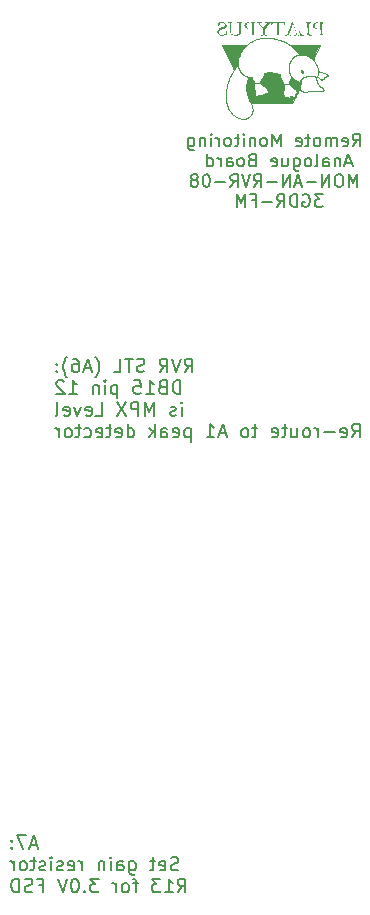
<source format=gbr>
%TF.GenerationSoftware,KiCad,Pcbnew,9.0.6*%
%TF.CreationDate,2025-11-25T17:06:26+11:00*%
%TF.ProjectId,v8_equip_analog_RVR,76385f65-7175-4697-905f-616e616c6f67,rev?*%
%TF.SameCoordinates,Original*%
%TF.FileFunction,Legend,Bot*%
%TF.FilePolarity,Positive*%
%FSLAX46Y46*%
G04 Gerber Fmt 4.6, Leading zero omitted, Abs format (unit mm)*
G04 Created by KiCad (PCBNEW 9.0.6) date 2025-11-25 17:06:26*
%MOMM*%
%LPD*%
G01*
G04 APERTURE LIST*
%ADD10C,0.066145*%
%ADD11C,0.053477*%
%ADD12C,0.177800*%
%ADD13C,0.203200*%
%ADD14C,0.100000*%
%ADD15C,4.000000*%
%ADD16R,1.600000X1.600000*%
%ADD17C,1.600000*%
%ADD18C,3.500000*%
%ADD19R,2.025000X2.025000*%
%ADD20C,2.025000*%
%ADD21C,1.440000*%
%ADD22R,1.700000X1.700000*%
%ADD23O,1.700000X1.700000*%
%ADD24C,2.100000*%
G04 APERTURE END LIST*
D10*
X35412625Y-11266805D02*
X35497734Y-11272840D01*
X35576184Y-11283609D01*
X35594162Y-11287006D01*
X35611058Y-11290641D01*
X35626906Y-11294516D01*
X35641740Y-11298635D01*
X35655591Y-11303002D01*
X35668492Y-11307619D01*
X35680478Y-11312489D01*
X35691580Y-11317616D01*
X35701832Y-11323003D01*
X35711267Y-11328653D01*
X35719918Y-11334570D01*
X35727817Y-11340756D01*
X35734998Y-11347215D01*
X35741493Y-11353949D01*
X35747337Y-11360963D01*
X35752561Y-11368260D01*
X35757198Y-11375841D01*
X35761282Y-11383712D01*
X35764846Y-11391874D01*
X35767923Y-11400332D01*
X35770545Y-11409088D01*
X35772745Y-11418145D01*
X35776014Y-11437178D01*
X35777993Y-11457455D01*
X35778945Y-11479002D01*
X35779136Y-11501845D01*
X35778828Y-11526010D01*
X35779267Y-11560446D01*
X35783392Y-11598730D01*
X35791197Y-11640315D01*
X35802673Y-11684658D01*
X35817815Y-11731211D01*
X35836614Y-11779429D01*
X35859063Y-11828768D01*
X35885155Y-11878681D01*
X35914882Y-11928624D01*
X35948237Y-11978050D01*
X35985213Y-12026415D01*
X36025802Y-12073173D01*
X36069997Y-12117778D01*
X36093445Y-12139103D01*
X36117791Y-12159685D01*
X36143036Y-12179457D01*
X36169177Y-12198349D01*
X36196214Y-12216294D01*
X36224146Y-12233224D01*
X36224147Y-12233224D01*
X36224148Y-12233225D01*
X36224148Y-12233226D01*
X36224149Y-12233226D01*
X36224150Y-12233228D01*
X36224150Y-12233229D01*
X36224151Y-12233230D01*
X36224152Y-12233230D01*
X36224152Y-12233231D01*
X36224153Y-12233231D01*
X36224153Y-12233232D01*
X36224154Y-12233232D01*
X36259468Y-12255135D01*
X36289980Y-12276766D01*
X36315828Y-12298071D01*
X36337149Y-12318997D01*
X36354082Y-12339491D01*
X36366765Y-12359500D01*
X36375334Y-12378971D01*
X36379929Y-12397851D01*
X36380687Y-12416087D01*
X36377746Y-12433625D01*
X36371243Y-12450413D01*
X36361317Y-12466398D01*
X36348106Y-12481526D01*
X36331747Y-12495744D01*
X36312379Y-12509000D01*
X36290139Y-12521239D01*
X36265165Y-12532410D01*
X36237595Y-12542459D01*
X36175218Y-12558978D01*
X36104112Y-12570373D01*
X36025380Y-12576217D01*
X35940124Y-12576088D01*
X35849448Y-12569560D01*
X35754456Y-12556208D01*
X35656249Y-12535607D01*
X35624838Y-12528411D01*
X35594387Y-12522250D01*
X35564872Y-12517077D01*
X35536271Y-12512846D01*
X35508560Y-12509507D01*
X35481716Y-12507014D01*
X35455718Y-12505319D01*
X35430541Y-12504374D01*
X35406163Y-12504132D01*
X35382561Y-12504546D01*
X35337594Y-12507147D01*
X35295456Y-12511799D01*
X35255964Y-12518120D01*
X35218934Y-12525729D01*
X35184184Y-12534246D01*
X35151530Y-12543290D01*
X35120789Y-12552481D01*
X35064314Y-12569778D01*
X35038212Y-12577124D01*
X35013291Y-12583093D01*
X34979768Y-12589330D01*
X34945879Y-12594805D01*
X34911727Y-12599344D01*
X34877412Y-12602770D01*
X34843040Y-12604908D01*
X34808711Y-12605582D01*
X34774529Y-12604615D01*
X34740596Y-12601833D01*
X34707015Y-12597060D01*
X34673888Y-12590120D01*
X34641319Y-12580837D01*
X34609408Y-12569035D01*
X34593733Y-12562134D01*
X34578261Y-12554539D01*
X34563005Y-12546225D01*
X34547977Y-12537172D01*
X34533192Y-12527358D01*
X34518662Y-12516760D01*
X34504399Y-12505357D01*
X34490416Y-12493127D01*
X34470031Y-12474071D01*
X34451525Y-12455300D01*
X34434846Y-12436777D01*
X34419939Y-12418464D01*
X34406748Y-12400326D01*
X34395220Y-12382325D01*
X34385300Y-12364423D01*
X34376933Y-12346584D01*
X34370065Y-12328771D01*
X34364642Y-12310946D01*
X34360608Y-12293073D01*
X34357910Y-12275114D01*
X34356492Y-12257032D01*
X34356301Y-12238791D01*
X34357282Y-12220353D01*
X34359380Y-12201681D01*
X34362541Y-12182739D01*
X34366710Y-12163488D01*
X34377855Y-12123915D01*
X34392378Y-12082665D01*
X34409845Y-12039442D01*
X34451862Y-11945891D01*
X34500416Y-11840890D01*
X34502175Y-11836020D01*
X34503256Y-11831247D01*
X34503701Y-11826566D01*
X34503549Y-11821971D01*
X34502842Y-11817456D01*
X34501621Y-11813016D01*
X34499926Y-11808646D01*
X34497798Y-11804340D01*
X34495278Y-11800092D01*
X34492407Y-11795898D01*
X34489225Y-11791751D01*
X34485773Y-11787646D01*
X34478223Y-11779541D01*
X34470083Y-11771539D01*
X34453338Y-11755666D01*
X34445385Y-11747708D01*
X34438146Y-11739676D01*
X34434897Y-11735619D01*
X34431948Y-11731528D01*
X34429342Y-11727396D01*
X34427118Y-11723219D01*
X34425317Y-11718990D01*
X34423980Y-11714704D01*
X34423148Y-11710357D01*
X34422862Y-11705941D01*
X34425482Y-11672650D01*
X34432269Y-11640715D01*
X34443022Y-11610129D01*
X34457540Y-11580888D01*
X34475622Y-11552984D01*
X34497067Y-11526413D01*
X34521674Y-11501168D01*
X34549242Y-11477243D01*
X34579568Y-11454632D01*
X34612454Y-11433329D01*
X34685095Y-11394624D01*
X34765557Y-11361081D01*
X34852231Y-11332652D01*
X34943508Y-11309290D01*
X35037778Y-11290946D01*
X35133434Y-11277573D01*
X35228867Y-11269123D01*
X35322467Y-11265550D01*
X35412625Y-11266805D01*
D11*
X29858497Y-8632791D02*
X29858489Y-8632791D01*
X29858497Y-8632784D01*
X29858497Y-8632791D01*
G36*
X29858497Y-8632791D02*
G01*
X29858489Y-8632791D01*
X29858497Y-8632784D01*
X29858497Y-8632791D01*
G37*
D10*
X31008761Y-11847282D02*
X31017821Y-11860877D01*
X31037964Y-11887228D01*
X31060600Y-11912584D01*
X31085479Y-11937090D01*
X31112351Y-11960894D01*
X31140968Y-11984141D01*
X31171080Y-12006978D01*
X31202438Y-12029552D01*
X31335345Y-12120139D01*
X31402796Y-12167659D01*
X31435899Y-12192488D01*
X31468253Y-12218225D01*
X31483783Y-12231674D01*
X31498935Y-12246191D01*
X31513701Y-12261689D01*
X31528071Y-12278078D01*
X31555579Y-12313180D01*
X31581379Y-12350788D01*
X31605391Y-12390198D01*
X31627534Y-12430703D01*
X31647727Y-12471596D01*
X31665890Y-12512170D01*
X31681943Y-12551719D01*
X31695804Y-12589537D01*
X31707393Y-12624917D01*
X31716629Y-12657152D01*
X31723433Y-12685536D01*
X31727723Y-12709363D01*
X31729418Y-12727926D01*
X31729268Y-12735012D01*
X31728439Y-12740518D01*
X31726266Y-12744786D01*
X31723518Y-12748253D01*
X31720220Y-12750963D01*
X31716399Y-12752964D01*
X31712079Y-12754302D01*
X31707286Y-12755024D01*
X31702046Y-12755177D01*
X31696384Y-12754808D01*
X31683900Y-12752688D01*
X31670037Y-12749037D01*
X31655002Y-12744230D01*
X31639000Y-12738640D01*
X31604913Y-12726603D01*
X31587239Y-12720903D01*
X31569419Y-12715913D01*
X31551657Y-12712007D01*
X31534160Y-12709559D01*
X31525574Y-12708998D01*
X31517131Y-12708941D01*
X31508857Y-12709435D01*
X31500777Y-12710527D01*
X31493156Y-12712604D01*
X31486223Y-12715522D01*
X31479945Y-12719225D01*
X31474293Y-12723661D01*
X31469234Y-12728776D01*
X31464737Y-12734517D01*
X31460772Y-12740829D01*
X31457307Y-12747660D01*
X31454311Y-12754956D01*
X31451753Y-12762664D01*
X31449602Y-12770729D01*
X31447827Y-12779098D01*
X31445278Y-12796535D01*
X31443858Y-12814548D01*
X31443317Y-12832706D01*
X31443407Y-12850583D01*
X31444482Y-12883778D01*
X31445089Y-12910706D01*
X31444594Y-12920750D01*
X31443234Y-12927941D01*
X31440757Y-12929591D01*
X31438021Y-12930359D01*
X31435031Y-12930301D01*
X31431790Y-12929474D01*
X31428304Y-12927933D01*
X31424577Y-12925734D01*
X31416418Y-12919586D01*
X31407350Y-12911475D01*
X31397410Y-12901849D01*
X31375060Y-12879837D01*
X31362724Y-12868344D01*
X31349662Y-12857122D01*
X31335911Y-12846618D01*
X31328788Y-12841774D01*
X31321507Y-12837277D01*
X31314072Y-12833183D01*
X31306488Y-12829548D01*
X31298759Y-12826426D01*
X31290890Y-12823875D01*
X31282885Y-12821950D01*
X31274750Y-12820707D01*
X31266488Y-12820201D01*
X31258104Y-12820489D01*
X31249679Y-12821864D01*
X31241747Y-12824078D01*
X31234287Y-12827076D01*
X31227281Y-12830804D01*
X31220706Y-12835207D01*
X31214544Y-12840231D01*
X31208774Y-12845821D01*
X31203377Y-12851923D01*
X31198331Y-12858483D01*
X31193616Y-12865446D01*
X31189213Y-12872758D01*
X31185102Y-12880364D01*
X31177672Y-12896240D01*
X31171166Y-12912640D01*
X31165422Y-12929127D01*
X31160280Y-12945267D01*
X31151152Y-12974762D01*
X31146845Y-12987246D01*
X31142494Y-12997640D01*
X31140251Y-13001917D01*
X31137937Y-13005508D01*
X31135531Y-13008359D01*
X31133014Y-13010415D01*
X31129400Y-13012233D01*
X31125592Y-13012598D01*
X31121586Y-13011611D01*
X31117378Y-13009371D01*
X31112965Y-13005977D01*
X31108343Y-13001531D01*
X31098458Y-12989876D01*
X31049829Y-12921076D01*
X31035254Y-12902320D01*
X31019652Y-12884538D01*
X31011457Y-12876261D01*
X31002994Y-12868527D01*
X30994261Y-12861436D01*
X30985252Y-12855086D01*
X30975965Y-12849579D01*
X30966396Y-12845013D01*
X30956541Y-12841489D01*
X30946396Y-12839106D01*
X30935959Y-12837964D01*
X30925224Y-12838162D01*
X30914189Y-12839801D01*
X30902850Y-12842980D01*
X30891881Y-12847363D01*
X30881477Y-12852503D01*
X30871615Y-12858340D01*
X30862274Y-12864812D01*
X30853431Y-12871857D01*
X30845065Y-12879412D01*
X30837153Y-12887418D01*
X30829673Y-12895810D01*
X30822604Y-12904529D01*
X30815923Y-12913512D01*
X30803639Y-12932022D01*
X30792644Y-12950847D01*
X30782764Y-12969493D01*
X30765643Y-13004270D01*
X30758049Y-13019412D01*
X30750867Y-13032398D01*
X30747374Y-13037928D01*
X30743918Y-13042734D01*
X30740477Y-13046753D01*
X30737029Y-13049925D01*
X30733551Y-13052186D01*
X30730022Y-13053477D01*
X30726420Y-13053734D01*
X30722722Y-13052896D01*
X30702549Y-13042100D01*
X30683745Y-13027211D01*
X30666255Y-13008470D01*
X30650026Y-12986119D01*
X30635005Y-12960398D01*
X30621138Y-12931549D01*
X30596652Y-12865429D01*
X30576139Y-12789690D01*
X30559169Y-12706260D01*
X30545315Y-12617068D01*
X30534147Y-12524043D01*
X30518155Y-12334213D01*
X30507762Y-12152201D01*
X30499539Y-11993442D01*
X30490055Y-11873368D01*
X30527338Y-11875829D01*
X30564110Y-11877595D01*
X30600325Y-11878672D01*
X30635939Y-11879068D01*
X30670907Y-11878791D01*
X30705187Y-11877848D01*
X30738734Y-11876246D01*
X30771504Y-11873992D01*
X30803454Y-11871094D01*
X30834538Y-11867559D01*
X30864713Y-11863395D01*
X30893936Y-11858608D01*
X30922162Y-11853206D01*
X30949347Y-11847196D01*
X30975447Y-11840586D01*
X31000418Y-11833383D01*
X31008761Y-11847282D01*
D11*
X29782526Y-8704854D02*
X29711552Y-8779057D01*
X29645393Y-8855138D01*
X29583865Y-8932846D01*
X29526786Y-9011927D01*
X29473972Y-9092128D01*
X29425241Y-9173197D01*
X29380410Y-9254881D01*
X29339295Y-9336927D01*
X29301715Y-9419083D01*
X29267485Y-9501094D01*
X29236422Y-9582709D01*
X29208345Y-9663675D01*
X29183069Y-9743739D01*
X29160413Y-9822647D01*
X29140192Y-9900148D01*
X29132715Y-9932729D01*
X29126378Y-9965229D01*
X29121133Y-9997640D01*
X29116931Y-10029950D01*
X29113723Y-10062153D01*
X29111460Y-10094237D01*
X29110093Y-10126193D01*
X29109573Y-10158014D01*
X29097102Y-10193260D01*
X29083643Y-10228272D01*
X29069239Y-10263095D01*
X29053935Y-10297781D01*
X29037773Y-10332377D01*
X29020798Y-10366931D01*
X28984582Y-10436110D01*
X28945637Y-10505707D01*
X28904313Y-10576111D01*
X28815924Y-10720895D01*
X27815208Y-8636141D01*
X29858489Y-8632791D01*
X29782526Y-8704854D01*
G36*
X29782526Y-8704854D02*
G01*
X29711552Y-8779057D01*
X29645393Y-8855138D01*
X29583865Y-8932846D01*
X29526786Y-9011927D01*
X29473972Y-9092128D01*
X29425241Y-9173197D01*
X29380410Y-9254881D01*
X29339295Y-9336927D01*
X29301715Y-9419083D01*
X29267485Y-9501094D01*
X29236422Y-9582709D01*
X29208345Y-9663675D01*
X29183069Y-9743739D01*
X29160413Y-9822647D01*
X29140192Y-9900148D01*
X29132715Y-9932729D01*
X29126378Y-9965229D01*
X29121133Y-9997640D01*
X29116931Y-10029950D01*
X29113723Y-10062153D01*
X29111460Y-10094237D01*
X29110093Y-10126193D01*
X29109573Y-10158014D01*
X29097102Y-10193260D01*
X29083643Y-10228272D01*
X29069239Y-10263095D01*
X29053935Y-10297781D01*
X29037773Y-10332377D01*
X29020798Y-10366931D01*
X28984582Y-10436110D01*
X28945637Y-10505707D01*
X28904313Y-10576111D01*
X28815924Y-10720895D01*
X27815208Y-8636141D01*
X29858489Y-8632791D01*
X29782526Y-8704854D01*
G37*
D10*
X31586462Y-8031672D02*
X31712367Y-8037971D01*
X31844106Y-8049414D01*
X31980712Y-8066149D01*
X32121218Y-8088328D01*
X32264655Y-8116101D01*
X32410057Y-8149616D01*
X32556455Y-8189026D01*
X32702883Y-8234479D01*
X32848373Y-8286126D01*
X32991957Y-8344117D01*
X33132668Y-8408601D01*
X33269538Y-8479730D01*
X33325698Y-8512003D01*
X33378905Y-8544600D01*
X33429344Y-8577479D01*
X33477200Y-8610600D01*
X33565902Y-8677399D01*
X33646486Y-8744663D01*
X33720430Y-8812058D01*
X33789210Y-8879252D01*
X33917187Y-9011704D01*
X33979338Y-9076296D01*
X34042233Y-9139353D01*
X34107348Y-9200544D01*
X34176161Y-9259535D01*
X34250149Y-9315993D01*
X34289545Y-9343168D01*
X34330788Y-9369585D01*
X34374063Y-9395201D01*
X34419555Y-9419977D01*
X34467449Y-9443869D01*
X34517928Y-9466837D01*
X34462407Y-9459696D01*
X34408421Y-9455986D01*
X34355967Y-9455561D01*
X34305042Y-9458280D01*
X34255641Y-9463999D01*
X34207761Y-9472574D01*
X34161398Y-9483863D01*
X34116548Y-9497722D01*
X34073209Y-9514008D01*
X34031376Y-9532578D01*
X33991045Y-9553288D01*
X33952213Y-9575996D01*
X33914876Y-9600558D01*
X33879031Y-9626830D01*
X33844673Y-9654671D01*
X33811800Y-9683936D01*
X33750492Y-9746166D01*
X33695076Y-9812375D01*
X33645524Y-9881418D01*
X33601807Y-9952148D01*
X33563894Y-10023420D01*
X33531756Y-10094088D01*
X33505365Y-10163006D01*
X33484691Y-10229028D01*
X33466347Y-10298599D01*
X33450873Y-10368576D01*
X33438499Y-10438898D01*
X33429456Y-10509501D01*
X33423975Y-10580324D01*
X33422288Y-10651305D01*
X33424624Y-10722380D01*
X33431215Y-10793489D01*
X33442292Y-10864568D01*
X33458085Y-10935556D01*
X33478825Y-11006390D01*
X33504744Y-11077007D01*
X33536073Y-11147347D01*
X33573041Y-11217346D01*
X33615880Y-11286942D01*
X33664821Y-11356073D01*
X33647153Y-11395612D01*
X33629023Y-11432135D01*
X33610674Y-11466198D01*
X33592346Y-11498358D01*
X33556725Y-11559193D01*
X33539915Y-11588981D01*
X33524094Y-11619091D01*
X33509505Y-11650080D01*
X33496389Y-11682504D01*
X33490459Y-11699427D01*
X33484988Y-11716919D01*
X33480006Y-11735047D01*
X33475544Y-11753882D01*
X33471632Y-11773492D01*
X33468299Y-11793949D01*
X33465577Y-11815320D01*
X33463495Y-11837677D01*
X33462083Y-11861087D01*
X33461373Y-11885622D01*
X33461393Y-11911350D01*
X33462175Y-11938340D01*
X33401438Y-11944259D01*
X33346858Y-11948653D01*
X33295679Y-11951173D01*
X33270503Y-11951620D01*
X33245144Y-11951466D01*
X33219258Y-11950667D01*
X33192499Y-11949180D01*
X33164524Y-11946961D01*
X33134987Y-11943965D01*
X33103545Y-11940149D01*
X33069853Y-11935469D01*
X32994340Y-11923341D01*
X32984801Y-11896067D01*
X32974521Y-11869499D01*
X32952005Y-11818255D01*
X32927319Y-11769165D01*
X32900992Y-11721780D01*
X32873550Y-11675655D01*
X32845522Y-11630342D01*
X32789819Y-11540369D01*
X32763198Y-11494815D01*
X32738102Y-11448288D01*
X32715059Y-11400340D01*
X32694595Y-11350525D01*
X32685496Y-11324778D01*
X32677239Y-11298397D01*
X32669891Y-11271326D01*
X32663519Y-11243509D01*
X32658186Y-11214890D01*
X32653961Y-11185414D01*
X32650909Y-11155025D01*
X32649095Y-11123666D01*
X32606481Y-11104889D01*
X32552693Y-11085443D01*
X32489047Y-11065828D01*
X32416858Y-11046546D01*
X32337443Y-11028100D01*
X32252116Y-11010989D01*
X32162194Y-10995716D01*
X32068992Y-10982783D01*
X31973826Y-10972690D01*
X31878011Y-10965939D01*
X31782863Y-10963032D01*
X31689698Y-10964471D01*
X31599831Y-10970756D01*
X31514577Y-10982389D01*
X31435253Y-10999872D01*
X31398226Y-11010964D01*
X31363175Y-11023706D01*
X31363177Y-11023713D01*
X31340606Y-11095842D01*
X31314661Y-11164278D01*
X31286069Y-11229191D01*
X31255561Y-11290755D01*
X31223866Y-11349142D01*
X31191713Y-11404523D01*
X31128948Y-11506957D01*
X31073103Y-11599434D01*
X31049598Y-11642369D01*
X31030011Y-11683331D01*
X31015070Y-11722491D01*
X31009570Y-11741450D01*
X31005506Y-11760023D01*
X31002967Y-11778232D01*
X31002047Y-11796098D01*
X31002834Y-11813643D01*
X31005422Y-11830888D01*
X30903475Y-11858846D01*
X30849745Y-11872356D01*
X30821525Y-11878481D01*
X30792146Y-11883991D01*
X30761418Y-11888740D01*
X30729151Y-11892581D01*
X30695155Y-11895367D01*
X30659238Y-11896953D01*
X30621211Y-11897191D01*
X30580882Y-11895936D01*
X30538061Y-11893041D01*
X30492557Y-11888360D01*
X30491273Y-11876364D01*
X30488880Y-11863817D01*
X30485455Y-11850738D01*
X30481076Y-11837146D01*
X30469768Y-11808506D01*
X30455580Y-11778054D01*
X30439134Y-11745948D01*
X30421053Y-11712344D01*
X30382480Y-11641274D01*
X30363234Y-11604122D01*
X30344845Y-11566103D01*
X30327937Y-11527374D01*
X30313132Y-11488092D01*
X30306714Y-11468293D01*
X30301054Y-11448414D01*
X30296232Y-11428477D01*
X30292326Y-11408499D01*
X30289412Y-11388501D01*
X30287570Y-11368503D01*
X30286876Y-11348524D01*
X30287409Y-11328584D01*
X30250032Y-11333204D01*
X30214609Y-11336730D01*
X30180805Y-11339121D01*
X30148287Y-11340338D01*
X30116723Y-11340339D01*
X30085777Y-11339084D01*
X30055117Y-11336534D01*
X30024410Y-11332647D01*
X29993321Y-11327385D01*
X29961518Y-11320705D01*
X29928667Y-11312568D01*
X29894434Y-11302934D01*
X29858486Y-11291763D01*
X29820490Y-11279014D01*
X29780111Y-11264646D01*
X29737017Y-11248620D01*
X29706694Y-11235558D01*
X29675853Y-11219853D01*
X29644621Y-11201583D01*
X29613125Y-11180831D01*
X29581491Y-11157675D01*
X29549847Y-11132197D01*
X29518319Y-11104475D01*
X29487034Y-11074590D01*
X29456120Y-11042622D01*
X29425702Y-11008651D01*
X29395909Y-10972758D01*
X29366866Y-10935022D01*
X29338701Y-10895523D01*
X29311540Y-10854342D01*
X29285511Y-10811558D01*
X29260740Y-10767252D01*
X29237355Y-10721504D01*
X29215482Y-10674393D01*
X29195247Y-10626001D01*
X29176779Y-10576406D01*
X29160204Y-10525689D01*
X29145648Y-10473931D01*
X29133239Y-10421210D01*
X29123103Y-10367608D01*
X29115368Y-10313204D01*
X29110160Y-10258079D01*
X29107606Y-10202312D01*
X29107834Y-10145984D01*
X29110969Y-10089174D01*
X29117139Y-10031963D01*
X29126471Y-9974431D01*
X29139092Y-9916658D01*
X29175371Y-9782251D01*
X29219178Y-9644169D01*
X29271473Y-9503715D01*
X29333215Y-9362192D01*
X29405365Y-9220903D01*
X29488882Y-9081152D01*
X29584728Y-8944242D01*
X29637574Y-8877259D01*
X29693862Y-8811475D01*
X29753713Y-8747053D01*
X29817245Y-8684156D01*
X29884580Y-8622946D01*
X29955836Y-8563587D01*
X30031135Y-8506241D01*
X30110596Y-8451071D01*
X30194340Y-8398240D01*
X30282485Y-8347911D01*
X30375153Y-8300248D01*
X30472463Y-8255412D01*
X30574536Y-8213567D01*
X30681490Y-8174875D01*
X30793448Y-8139500D01*
X30910527Y-8107604D01*
X31032849Y-8079351D01*
X31160533Y-8054903D01*
X31253426Y-8042131D01*
X31356024Y-8033902D01*
X31467358Y-8030365D01*
X31586462Y-8031672D01*
D11*
X33713292Y-11389647D02*
X33748234Y-11426870D01*
X33785520Y-11463241D01*
X33825198Y-11498712D01*
X33867315Y-11533231D01*
X33911921Y-11566750D01*
X33959062Y-11599218D01*
X34008788Y-11630584D01*
X34061147Y-11660799D01*
X34116187Y-11689812D01*
X34173956Y-11717574D01*
X34234502Y-11744034D01*
X34297874Y-11769142D01*
X34364120Y-11792848D01*
X34433288Y-11815103D01*
X34505426Y-11835855D01*
X34504976Y-11841213D01*
X34504896Y-11841886D01*
X34504798Y-11842561D01*
X34504678Y-11843239D01*
X34504533Y-11843922D01*
X34504360Y-11844609D01*
X34504153Y-11845301D01*
X34503910Y-11845999D01*
X34503626Y-11846704D01*
X34451775Y-11959410D01*
X34428706Y-12010633D01*
X34408211Y-12058944D01*
X34399087Y-12082126D01*
X34390794Y-12104722D01*
X34383397Y-12126780D01*
X34376957Y-12148347D01*
X34371538Y-12169471D01*
X34367203Y-12190200D01*
X34364014Y-12210580D01*
X34362034Y-12230661D01*
X34201968Y-12560357D01*
X34176124Y-12614099D01*
X34147349Y-12580049D01*
X34112817Y-12542976D01*
X34073306Y-12503305D01*
X34029594Y-12461462D01*
X33932679Y-12372958D01*
X33828295Y-12280865D01*
X33622013Y-12099517D01*
X33532562Y-12017064D01*
X33493982Y-11979381D01*
X33460649Y-11944745D01*
X33461167Y-11944665D01*
X33461768Y-11944586D01*
X33462343Y-11944522D01*
X33462907Y-11944470D01*
X33464052Y-11944375D01*
X33464660Y-11944323D01*
X33465310Y-11944261D01*
X33464565Y-11917242D01*
X33464652Y-11891431D01*
X33465536Y-11866764D01*
X33467182Y-11843173D01*
X33469555Y-11820594D01*
X33472620Y-11798959D01*
X33476342Y-11778203D01*
X33480687Y-11758261D01*
X33485619Y-11739065D01*
X33491103Y-11720551D01*
X33497105Y-11702652D01*
X33503590Y-11685303D01*
X33517866Y-11651988D01*
X33533653Y-11620079D01*
X33550672Y-11589049D01*
X33568642Y-11558370D01*
X33606321Y-11495955D01*
X33625469Y-11463164D01*
X33644452Y-11428615D01*
X33662989Y-11391778D01*
X33680801Y-11352128D01*
X33680644Y-11351625D01*
X33713292Y-11389647D01*
G36*
X33713292Y-11389647D02*
G01*
X33748234Y-11426870D01*
X33785520Y-11463241D01*
X33825198Y-11498712D01*
X33867315Y-11533231D01*
X33911921Y-11566750D01*
X33959062Y-11599218D01*
X34008788Y-11630584D01*
X34061147Y-11660799D01*
X34116187Y-11689812D01*
X34173956Y-11717574D01*
X34234502Y-11744034D01*
X34297874Y-11769142D01*
X34364120Y-11792848D01*
X34433288Y-11815103D01*
X34505426Y-11835855D01*
X34504976Y-11841213D01*
X34504896Y-11841886D01*
X34504798Y-11842561D01*
X34504678Y-11843239D01*
X34504533Y-11843922D01*
X34504360Y-11844609D01*
X34504153Y-11845301D01*
X34503910Y-11845999D01*
X34503626Y-11846704D01*
X34451775Y-11959410D01*
X34428706Y-12010633D01*
X34408211Y-12058944D01*
X34399087Y-12082126D01*
X34390794Y-12104722D01*
X34383397Y-12126780D01*
X34376957Y-12148347D01*
X34371538Y-12169471D01*
X34367203Y-12190200D01*
X34364014Y-12210580D01*
X34362034Y-12230661D01*
X34201968Y-12560357D01*
X34176124Y-12614099D01*
X34147349Y-12580049D01*
X34112817Y-12542976D01*
X34073306Y-12503305D01*
X34029594Y-12461462D01*
X33932679Y-12372958D01*
X33828295Y-12280865D01*
X33622013Y-12099517D01*
X33532562Y-12017064D01*
X33493982Y-11979381D01*
X33460649Y-11944745D01*
X33461167Y-11944665D01*
X33461768Y-11944586D01*
X33462343Y-11944522D01*
X33462907Y-11944470D01*
X33464052Y-11944375D01*
X33464660Y-11944323D01*
X33465310Y-11944261D01*
X33464565Y-11917242D01*
X33464652Y-11891431D01*
X33465536Y-11866764D01*
X33467182Y-11843173D01*
X33469555Y-11820594D01*
X33472620Y-11798959D01*
X33476342Y-11778203D01*
X33480687Y-11758261D01*
X33485619Y-11739065D01*
X33491103Y-11720551D01*
X33497105Y-11702652D01*
X33503590Y-11685303D01*
X33517866Y-11651988D01*
X33533653Y-11620079D01*
X33550672Y-11589049D01*
X33568642Y-11558370D01*
X33606321Y-11495955D01*
X33625469Y-11463164D01*
X33644452Y-11428615D01*
X33662989Y-11391778D01*
X33680801Y-11352128D01*
X33680644Y-11351625D01*
X33713292Y-11389647D01*
G37*
D10*
X35982419Y-10876587D02*
X36033464Y-10895624D01*
X36088636Y-10913820D01*
X36147007Y-10931602D01*
X36269639Y-10967638D01*
X36332045Y-10986748D01*
X36393941Y-11007159D01*
X36454401Y-11029297D01*
X36512498Y-11053591D01*
X36567303Y-11080469D01*
X36593182Y-11095011D01*
X36617890Y-11110360D01*
X36641312Y-11126569D01*
X36663332Y-11143692D01*
X36683834Y-11161782D01*
X36702702Y-11180893D01*
X36719819Y-11201079D01*
X36735071Y-11222392D01*
X36748342Y-11244887D01*
X36759514Y-11268617D01*
X36760802Y-11271950D01*
X36761403Y-11274489D01*
X36761349Y-11276292D01*
X36760672Y-11277415D01*
X36759403Y-11277914D01*
X36757573Y-11277845D01*
X36752360Y-11276228D01*
X36715420Y-11258304D01*
X36703427Y-11253210D01*
X36690837Y-11248772D01*
X36684397Y-11246939D01*
X36677902Y-11245439D01*
X36671385Y-11244328D01*
X36664876Y-11243662D01*
X36658407Y-11243497D01*
X36652011Y-11243891D01*
X36645718Y-11244898D01*
X36639560Y-11246576D01*
X36633569Y-11248981D01*
X36627776Y-11252168D01*
X36622213Y-11256195D01*
X36616911Y-11261117D01*
X36612041Y-11266667D01*
X36607730Y-11272074D01*
X36603952Y-11277343D01*
X36600681Y-11282475D01*
X36597890Y-11287476D01*
X36595553Y-11292349D01*
X36593642Y-11297097D01*
X36592132Y-11301724D01*
X36590996Y-11306235D01*
X36590206Y-11310631D01*
X36589738Y-11314918D01*
X36589563Y-11319099D01*
X36589656Y-11323178D01*
X36589990Y-11327157D01*
X36590538Y-11331041D01*
X36591274Y-11334834D01*
X36592171Y-11338539D01*
X36593203Y-11342160D01*
X36595565Y-11349164D01*
X36600735Y-11362322D01*
X36603118Y-11368536D01*
X36605084Y-11374544D01*
X36605843Y-11377481D01*
X36606419Y-11380377D01*
X36606784Y-11383237D01*
X36606911Y-11386064D01*
X36606885Y-11388532D01*
X36606353Y-11390346D01*
X36605335Y-11391554D01*
X36603852Y-11392205D01*
X36601926Y-11392347D01*
X36599578Y-11392028D01*
X36593698Y-11390204D01*
X36557500Y-11374195D01*
X36546123Y-11369955D01*
X36534153Y-11366395D01*
X36527998Y-11364992D01*
X36521758Y-11363905D01*
X36515454Y-11363182D01*
X36509106Y-11362871D01*
X36502737Y-11363022D01*
X36496366Y-11363682D01*
X36490016Y-11364901D01*
X36483707Y-11366727D01*
X36477461Y-11369207D01*
X36471297Y-11372392D01*
X36465239Y-11376329D01*
X36459305Y-11381066D01*
X36453576Y-11386454D01*
X36448557Y-11391837D01*
X36444213Y-11397210D01*
X36440506Y-11402567D01*
X36437400Y-11407905D01*
X36434858Y-11413217D01*
X36432844Y-11418499D01*
X36431321Y-11423746D01*
X36430253Y-11428952D01*
X36429602Y-11434113D01*
X36429332Y-11439224D01*
X36429407Y-11444279D01*
X36429789Y-11449274D01*
X36430443Y-11454204D01*
X36431331Y-11459063D01*
X36432417Y-11463846D01*
X36435036Y-11473167D01*
X36438007Y-11482125D01*
X36443832Y-11498793D01*
X36446100Y-11506422D01*
X36446945Y-11510043D01*
X36447547Y-11513528D01*
X36447871Y-11516873D01*
X36447880Y-11520071D01*
X36447538Y-11523118D01*
X36446806Y-11526010D01*
X36445324Y-11529122D01*
X36443248Y-11531465D01*
X36440612Y-11533089D01*
X36437454Y-11534043D01*
X36433808Y-11534379D01*
X36429710Y-11534147D01*
X36425196Y-11533396D01*
X36420303Y-11532179D01*
X36409517Y-11528541D01*
X36397640Y-11523637D01*
X36371752Y-11511641D01*
X36344927Y-11499410D01*
X36331877Y-11494213D01*
X36319450Y-11490166D01*
X36313559Y-11488699D01*
X36307932Y-11487670D01*
X36302603Y-11487131D01*
X36297608Y-11487130D01*
X36292984Y-11487719D01*
X36288766Y-11488947D01*
X36284989Y-11490865D01*
X36281689Y-11493524D01*
X36278569Y-11496641D01*
X36275765Y-11499892D01*
X36273256Y-11503268D01*
X36271019Y-11506755D01*
X36269033Y-11510343D01*
X36267276Y-11514021D01*
X36265728Y-11517776D01*
X36264366Y-11521597D01*
X36262117Y-11529393D01*
X36260354Y-11537318D01*
X36257604Y-11553185D01*
X36256271Y-11560944D01*
X36254737Y-11568466D01*
X36252829Y-11575659D01*
X36251681Y-11579103D01*
X36250375Y-11582430D01*
X36248889Y-11585630D01*
X36247202Y-11588690D01*
X36245293Y-11591599D01*
X36243139Y-11594345D01*
X36240720Y-11596918D01*
X36238013Y-11599305D01*
X36234998Y-11601496D01*
X36231652Y-11603479D01*
X36226365Y-11604979D01*
X36219933Y-11604853D01*
X36212430Y-11603188D01*
X36203927Y-11600071D01*
X36194497Y-11595588D01*
X36184212Y-11589827D01*
X36161368Y-11574817D01*
X36135972Y-11555736D01*
X36108606Y-11533281D01*
X36079846Y-11508146D01*
X36050273Y-11481027D01*
X35991003Y-11423619D01*
X35935426Y-11366620D01*
X35888176Y-11315596D01*
X35853884Y-11276109D01*
X35853869Y-11276109D01*
X35861695Y-11255197D01*
X35869217Y-11232856D01*
X35876424Y-11209242D01*
X35883305Y-11184507D01*
X35896044Y-11132292D01*
X35907347Y-11077441D01*
X35917124Y-11021183D01*
X35925289Y-10964751D01*
X35931753Y-10909372D01*
X35936427Y-10856279D01*
X35982419Y-10876587D01*
X34501041Y-9454540D02*
X34560139Y-9457712D01*
X34619492Y-9463446D01*
X34678974Y-9471740D01*
X34738457Y-9482591D01*
X34797815Y-9495995D01*
X34856923Y-9511949D01*
X34915653Y-9530450D01*
X34973879Y-9551494D01*
X35031475Y-9575079D01*
X35088313Y-9601201D01*
X35144269Y-9629858D01*
X35199215Y-9661045D01*
X35253025Y-9694759D01*
X35305573Y-9730999D01*
X35356732Y-9769759D01*
X35406375Y-9811038D01*
X35454376Y-9854831D01*
X35500610Y-9901136D01*
X35544948Y-9949949D01*
X35587266Y-10001268D01*
X35627436Y-10055088D01*
X35665331Y-10111408D01*
X35700827Y-10170223D01*
X35733796Y-10231531D01*
X35768136Y-10300403D01*
X35799654Y-10367717D01*
X35828050Y-10433961D01*
X35853022Y-10499627D01*
X35874272Y-10565204D01*
X35891497Y-10631185D01*
X35904399Y-10698058D01*
X35912675Y-10766316D01*
X35916026Y-10836447D01*
X35914150Y-10908944D01*
X35906749Y-10984295D01*
X35893520Y-11062993D01*
X35874165Y-11145527D01*
X35848381Y-11232387D01*
X35815869Y-11324066D01*
X35776328Y-11421052D01*
X35770592Y-11406947D01*
X35764188Y-11393669D01*
X35757134Y-11381194D01*
X35749453Y-11369500D01*
X35741163Y-11358564D01*
X35732285Y-11348362D01*
X35722838Y-11338873D01*
X35712844Y-11330072D01*
X35702323Y-11321938D01*
X35691293Y-11314447D01*
X35679777Y-11307577D01*
X35667793Y-11301304D01*
X35642504Y-11290459D01*
X35615587Y-11281731D01*
X35587205Y-11274935D01*
X35557519Y-11269890D01*
X35526688Y-11266411D01*
X35494876Y-11264316D01*
X35462243Y-11263422D01*
X35428950Y-11263545D01*
X35361031Y-11266115D01*
X35264990Y-11273340D01*
X35174721Y-11281978D01*
X35090074Y-11292154D01*
X35010898Y-11303991D01*
X34937043Y-11317615D01*
X34868360Y-11333150D01*
X34835910Y-11341673D01*
X34804697Y-11350720D01*
X34774701Y-11360307D01*
X34745904Y-11370450D01*
X34718287Y-11381164D01*
X34691832Y-11392464D01*
X34666519Y-11404367D01*
X34642329Y-11416887D01*
X34619245Y-11430040D01*
X34597247Y-11443842D01*
X34576316Y-11458309D01*
X34556433Y-11473456D01*
X34537581Y-11489298D01*
X34519739Y-11505851D01*
X34502890Y-11523130D01*
X34487014Y-11541152D01*
X34472092Y-11559932D01*
X34458107Y-11579485D01*
X34445039Y-11599827D01*
X34432869Y-11620973D01*
X34427879Y-11627270D01*
X34423679Y-11633516D01*
X34420235Y-11639717D01*
X34417516Y-11645880D01*
X34415490Y-11652012D01*
X34414124Y-11658119D01*
X34413387Y-11664209D01*
X34413246Y-11670289D01*
X34413669Y-11676365D01*
X34414625Y-11682444D01*
X34416081Y-11688533D01*
X34418005Y-11694639D01*
X34420365Y-11700769D01*
X34423130Y-11706930D01*
X34429742Y-11719370D01*
X34437586Y-11732015D01*
X34446404Y-11744921D01*
X34465940Y-11771731D01*
X34476143Y-11785746D01*
X34486296Y-11800240D01*
X34496141Y-11815269D01*
X34505421Y-11830888D01*
X34429002Y-11808941D01*
X34355912Y-11785311D01*
X34286094Y-11760057D01*
X34219490Y-11733240D01*
X34156043Y-11704918D01*
X34095697Y-11675151D01*
X34038392Y-11643999D01*
X33984074Y-11611521D01*
X33932683Y-11577776D01*
X33884163Y-11542824D01*
X33838457Y-11506724D01*
X33795507Y-11469537D01*
X33755257Y-11431320D01*
X33717648Y-11392135D01*
X33682623Y-11352040D01*
X33650126Y-11311094D01*
X33620099Y-11269359D01*
X33592485Y-11226891D01*
X33567226Y-11183752D01*
X33544265Y-11140001D01*
X33523545Y-11095697D01*
X33505009Y-11050900D01*
X33488599Y-11005669D01*
X33474259Y-10960064D01*
X33451556Y-10867968D01*
X33436443Y-10775089D01*
X33428461Y-10681902D01*
X33427152Y-10588884D01*
X33427151Y-10588884D01*
X33429172Y-10543048D01*
X33432855Y-10497419D01*
X33438147Y-10452056D01*
X33444995Y-10407020D01*
X33453346Y-10362369D01*
X33463145Y-10318165D01*
X33474341Y-10274466D01*
X33486880Y-10231334D01*
X33500710Y-10188828D01*
X33515776Y-10147007D01*
X33532025Y-10105933D01*
X33549406Y-10065664D01*
X33567863Y-10026261D01*
X33587345Y-9987784D01*
X33607799Y-9950292D01*
X33629170Y-9913845D01*
X33651406Y-9878505D01*
X33674454Y-9844329D01*
X33698260Y-9811379D01*
X33722772Y-9779715D01*
X33747936Y-9749395D01*
X33773699Y-9720481D01*
X33800009Y-9693032D01*
X33826811Y-9667108D01*
X33854053Y-9642770D01*
X33881682Y-9620076D01*
X33909644Y-9599087D01*
X33937886Y-9579863D01*
X33966356Y-9562463D01*
X33994999Y-9546949D01*
X34023764Y-9533379D01*
X34052596Y-9521814D01*
X34105105Y-9504367D01*
X34158880Y-9489509D01*
X34213795Y-9477237D01*
X34269724Y-9467546D01*
X34326539Y-9460434D01*
X34384114Y-9455898D01*
X34442324Y-9453934D01*
X34501041Y-9454540D01*
D11*
X31885001Y-10963889D02*
X31980809Y-10970642D01*
X32075967Y-10980738D01*
X32169162Y-10993674D01*
X32259077Y-11008950D01*
X32344396Y-11026063D01*
X32423805Y-11044512D01*
X32495989Y-11063796D01*
X32559631Y-11083412D01*
X32613416Y-11102860D01*
X32656029Y-11121637D01*
X32657843Y-11152996D01*
X32660896Y-11183385D01*
X32665123Y-11212860D01*
X32670456Y-11241477D01*
X32676831Y-11269292D01*
X32684181Y-11296361D01*
X32692440Y-11322739D01*
X32701542Y-11348482D01*
X32722012Y-11398289D01*
X32745062Y-11446228D01*
X32770165Y-11492746D01*
X32796793Y-11538289D01*
X32852512Y-11628242D01*
X32880546Y-11673545D01*
X32907993Y-11719662D01*
X32934325Y-11767039D01*
X32959014Y-11816124D01*
X32981532Y-11867364D01*
X32991812Y-11893931D01*
X33001351Y-11921205D01*
X33002157Y-11921369D01*
X33002899Y-11921499D01*
X33003596Y-11921606D01*
X33004271Y-11921702D01*
X33004945Y-11921797D01*
X33005638Y-11921905D01*
X33006373Y-11922037D01*
X33007169Y-11922204D01*
X33014437Y-11966737D01*
X33019393Y-12012412D01*
X33022283Y-12058968D01*
X33023352Y-12106146D01*
X33022848Y-12153685D01*
X33021015Y-12201325D01*
X33014350Y-12295868D01*
X32995912Y-12474717D01*
X32988076Y-12554859D01*
X32985365Y-12591699D01*
X32983787Y-12626039D01*
X32983834Y-12660142D01*
X32984865Y-12696451D01*
X32986806Y-12734357D01*
X32989585Y-12773252D01*
X32993127Y-12812529D01*
X32997358Y-12851579D01*
X33002206Y-12889794D01*
X33007596Y-12926568D01*
X33013456Y-12961292D01*
X33019711Y-12993358D01*
X33026288Y-13022158D01*
X33033113Y-13047085D01*
X33040113Y-13067531D01*
X33047214Y-13082888D01*
X33050779Y-13088468D01*
X33054343Y-13092548D01*
X33057894Y-13095051D01*
X33061425Y-13095903D01*
X33065826Y-13096709D01*
X33070126Y-13096817D01*
X33074342Y-13096274D01*
X33078491Y-13095129D01*
X33082591Y-13093429D01*
X33086658Y-13091223D01*
X33090708Y-13088558D01*
X33094760Y-13085483D01*
X33102936Y-13078295D01*
X33111319Y-13070041D01*
X33129253Y-13051876D01*
X33139076Y-13042733D01*
X33144261Y-13038315D01*
X33149650Y-13034063D01*
X33155262Y-13030025D01*
X33161112Y-13026249D01*
X33167218Y-13022783D01*
X33173596Y-13019675D01*
X33180265Y-13016974D01*
X33187240Y-13014727D01*
X33194538Y-13012982D01*
X33202178Y-13011788D01*
X33210175Y-13011192D01*
X33218546Y-13011242D01*
X33227309Y-13011987D01*
X33236481Y-13013475D01*
X33245974Y-13015615D01*
X33255230Y-13018264D01*
X33264257Y-13021390D01*
X33273067Y-13024961D01*
X33281670Y-13028943D01*
X33290077Y-13033305D01*
X33298298Y-13038013D01*
X33306343Y-13043036D01*
X33314224Y-13048341D01*
X33321951Y-13053895D01*
X33336983Y-13065621D01*
X33351524Y-13077955D01*
X33365659Y-13090636D01*
X33393045Y-13116003D01*
X33406464Y-13128168D01*
X33419813Y-13139641D01*
X33433177Y-13150163D01*
X33439890Y-13154985D01*
X33446638Y-13159473D01*
X33453432Y-13163592D01*
X33460282Y-13167311D01*
X33467199Y-13170597D01*
X33474193Y-13173417D01*
X33480454Y-13172247D01*
X33486135Y-13170181D01*
X33491287Y-13167274D01*
X33495962Y-13163582D01*
X33500210Y-13159161D01*
X33504081Y-13154067D01*
X33507627Y-13148356D01*
X33510899Y-13142084D01*
X33516822Y-13128078D01*
X33522258Y-13112498D01*
X33533294Y-13078401D01*
X33539708Y-13060777D01*
X33547262Y-13043366D01*
X33551593Y-13034880D01*
X33556362Y-13026615D01*
X33561620Y-13018626D01*
X33567416Y-13010970D01*
X33573803Y-13003702D01*
X33580830Y-12996878D01*
X33588549Y-12990554D01*
X33597011Y-12984787D01*
X33606267Y-12979631D01*
X33616366Y-12975143D01*
X33627361Y-12971378D01*
X33639302Y-12968392D01*
X33645958Y-12967593D01*
X33653233Y-12967506D01*
X33661084Y-12968080D01*
X33669471Y-12969266D01*
X33687689Y-12973274D01*
X33707556Y-12979130D01*
X33728742Y-12986437D01*
X33750917Y-12994794D01*
X33796917Y-13013064D01*
X33842916Y-13030747D01*
X33865091Y-13038371D01*
X33886276Y-13044652D01*
X33906142Y-13049190D01*
X33915477Y-13050680D01*
X33924358Y-13051586D01*
X33932745Y-13051856D01*
X33940596Y-13051441D01*
X33947870Y-13050291D01*
X33954525Y-13048356D01*
X33957878Y-13046610D01*
X33960473Y-13044198D01*
X33962373Y-13041141D01*
X33963641Y-13037460D01*
X33964341Y-13033178D01*
X33964536Y-13028315D01*
X33963663Y-13016933D01*
X33952614Y-12952486D01*
X33950493Y-12932504D01*
X33949640Y-12911316D01*
X33950561Y-12889097D01*
X33951845Y-12877653D01*
X33953762Y-12866016D01*
X33956376Y-12854207D01*
X33959749Y-12842247D01*
X33963946Y-12830158D01*
X33969029Y-12817961D01*
X33975061Y-12805678D01*
X33982106Y-12793330D01*
X33990228Y-12780938D01*
X33999488Y-12768525D01*
X34002876Y-12764568D01*
X34006329Y-12760827D01*
X34009844Y-12757297D01*
X34013418Y-12753971D01*
X34017047Y-12750845D01*
X34020729Y-12747911D01*
X34028239Y-12742600D01*
X34035923Y-12737991D01*
X34043757Y-12734037D01*
X34051715Y-12730692D01*
X34059775Y-12727907D01*
X34067910Y-12725637D01*
X34076097Y-12723834D01*
X34084311Y-12722452D01*
X34092528Y-12721444D01*
X34100723Y-12720762D01*
X34108872Y-12720360D01*
X34116951Y-12720191D01*
X34124934Y-12720208D01*
X34028425Y-12920449D01*
X33737615Y-13517572D01*
X30206745Y-13518708D01*
X30103564Y-13322979D01*
X30051691Y-13216295D01*
X30026314Y-13159184D01*
X30001550Y-13098963D01*
X29977579Y-13035186D01*
X29954581Y-12967406D01*
X29932736Y-12895175D01*
X29912224Y-12818048D01*
X29893224Y-12735576D01*
X29875918Y-12647312D01*
X29860484Y-12552810D01*
X29847103Y-12451623D01*
X29841910Y-12399295D01*
X29838555Y-12347059D01*
X29836928Y-12295018D01*
X29836918Y-12243274D01*
X29838416Y-12191931D01*
X29841312Y-12141091D01*
X29845497Y-12090858D01*
X29850862Y-12041334D01*
X29864689Y-11944826D01*
X29881917Y-11852391D01*
X29901668Y-11764851D01*
X29923064Y-11683030D01*
X29945229Y-11607752D01*
X29967286Y-11539839D01*
X29988355Y-11480116D01*
X30007562Y-11429405D01*
X30036874Y-11358314D01*
X30048205Y-11333154D01*
X30077745Y-11336674D01*
X30106463Y-11338790D01*
X30134947Y-11339584D01*
X30163785Y-11339135D01*
X30193563Y-11337525D01*
X30224870Y-11334834D01*
X30258292Y-11331143D01*
X30294418Y-11326531D01*
X30293878Y-11345972D01*
X30294499Y-11365446D01*
X30296209Y-11384937D01*
X30298937Y-11404424D01*
X30302610Y-11423892D01*
X30307157Y-11443321D01*
X30312506Y-11462694D01*
X30318586Y-11481993D01*
X30332651Y-11520296D01*
X30348777Y-11558086D01*
X30366391Y-11595219D01*
X30384920Y-11631552D01*
X30456711Y-11765994D01*
X30471209Y-11796163D01*
X30483180Y-11824668D01*
X30492051Y-11851364D01*
X30495144Y-11863989D01*
X30497247Y-11876107D01*
X30506601Y-11997083D01*
X30514815Y-12155851D01*
X30525274Y-12337211D01*
X30541362Y-12525962D01*
X30552573Y-12618358D01*
X30566460Y-12706901D01*
X30583446Y-12789691D01*
X30603953Y-12864827D01*
X30615660Y-12898932D01*
X30628406Y-12930410D01*
X30642243Y-12959025D01*
X30657225Y-12984539D01*
X30673405Y-13006715D01*
X30690836Y-13025315D01*
X30709569Y-13040101D01*
X30729659Y-13050836D01*
X30733357Y-13051674D01*
X30736960Y-13051417D01*
X30740490Y-13050126D01*
X30743969Y-13047864D01*
X30747420Y-13044692D01*
X30750863Y-13040672D01*
X30757818Y-13030335D01*
X30765007Y-13017347D01*
X30772609Y-13002202D01*
X30789748Y-12967422D01*
X30799637Y-12948774D01*
X30810639Y-12929946D01*
X30822931Y-12911434D01*
X30829616Y-12902451D01*
X30836688Y-12893731D01*
X30844171Y-12885338D01*
X30852086Y-12877332D01*
X30860455Y-12869775D01*
X30869300Y-12862730D01*
X30878643Y-12856258D01*
X30888506Y-12850421D01*
X30898911Y-12845280D01*
X30909879Y-12840898D01*
X30921218Y-12837718D01*
X30932253Y-12836079D01*
X30942986Y-12835881D01*
X30953423Y-12837023D01*
X30963566Y-12839406D01*
X30973419Y-12842930D01*
X30982986Y-12847496D01*
X30992270Y-12853003D01*
X31001276Y-12859353D01*
X31010007Y-12866444D01*
X31018466Y-12874178D01*
X31026658Y-12882455D01*
X31042253Y-12900237D01*
X31056822Y-12918993D01*
X31105426Y-12987794D01*
X31115306Y-12999448D01*
X31119926Y-13003895D01*
X31124338Y-13007288D01*
X31128544Y-13009528D01*
X31132549Y-13010515D01*
X31136357Y-13010150D01*
X31139971Y-13008332D01*
X31142488Y-13006277D01*
X31144893Y-13003427D01*
X31147207Y-12999836D01*
X31149449Y-12995560D01*
X31153798Y-12985168D01*
X31158103Y-12972686D01*
X31167226Y-12943195D01*
X31172366Y-12927057D01*
X31178106Y-12910571D01*
X31184609Y-12894173D01*
X31192036Y-12878298D01*
X31196146Y-12870693D01*
X31200548Y-12863383D01*
X31205261Y-12856420D01*
X31210306Y-12849861D01*
X31215702Y-12843759D01*
X31221471Y-12838169D01*
X31227632Y-12833146D01*
X31234205Y-12828743D01*
X31241211Y-12825016D01*
X31248670Y-12822018D01*
X31256602Y-12819804D01*
X31265026Y-12818429D01*
X31273410Y-12818141D01*
X31281672Y-12818647D01*
X31289808Y-12819891D01*
X31297812Y-12821817D01*
X31305681Y-12824369D01*
X31313410Y-12827491D01*
X31320995Y-12831128D01*
X31328429Y-12835223D01*
X31335710Y-12839721D01*
X31342833Y-12844566D01*
X31349792Y-12849703D01*
X31356584Y-12855074D01*
X31369647Y-12866299D01*
X31381983Y-12877795D01*
X31404333Y-12899814D01*
X31414273Y-12909442D01*
X31423341Y-12917555D01*
X31427536Y-12920903D01*
X31431500Y-12923705D01*
X31435227Y-12925904D01*
X31438713Y-12927446D01*
X31441953Y-12928273D01*
X31444944Y-12928330D01*
X31447679Y-12927562D01*
X31450156Y-12925912D01*
X31450960Y-12922699D01*
X31451517Y-12918720D01*
X31452015Y-12908676D01*
X31451417Y-12881747D01*
X31450355Y-12848551D01*
X31450272Y-12830673D01*
X31450819Y-12812513D01*
X31452246Y-12794500D01*
X31454802Y-12777062D01*
X31456580Y-12768692D01*
X31458735Y-12760626D01*
X31461295Y-12752918D01*
X31464294Y-12745621D01*
X31467761Y-12738790D01*
X31471729Y-12732476D01*
X31476227Y-12726735D01*
X31481288Y-12721619D01*
X31486942Y-12717183D01*
X31493220Y-12713478D01*
X31500154Y-12710560D01*
X31507775Y-12708482D01*
X31515855Y-12707391D01*
X31524129Y-12706897D01*
X31532571Y-12706954D01*
X31541156Y-12707516D01*
X31549859Y-12708534D01*
X31558653Y-12709964D01*
X31567513Y-12711758D01*
X31576413Y-12713869D01*
X31594231Y-12718858D01*
X31611903Y-12724557D01*
X31645986Y-12736590D01*
X31661986Y-12742179D01*
X31677019Y-12746984D01*
X31690879Y-12750633D01*
X31697306Y-12751907D01*
X31703362Y-12752751D01*
X31709023Y-12753120D01*
X31714262Y-12752966D01*
X31719054Y-12752243D01*
X31723374Y-12750905D01*
X31727195Y-12748903D01*
X31730492Y-12746193D01*
X31733240Y-12742727D01*
X31735412Y-12738458D01*
X31736391Y-12725865D01*
X31734696Y-12707302D01*
X31730406Y-12683474D01*
X31723602Y-12655088D01*
X31714365Y-12622851D01*
X31702775Y-12587469D01*
X31688914Y-12549649D01*
X31672861Y-12510098D01*
X31654697Y-12469521D01*
X31634503Y-12428626D01*
X31612359Y-12388118D01*
X31588347Y-12348706D01*
X31562546Y-12311095D01*
X31535037Y-12275991D01*
X31505902Y-12244102D01*
X31490749Y-12229584D01*
X31475219Y-12216134D01*
X31442866Y-12190398D01*
X31409765Y-12165569D01*
X31376166Y-12141501D01*
X31342319Y-12118048D01*
X31209423Y-12027453D01*
X31178068Y-12004878D01*
X31147959Y-11982039D01*
X31119345Y-11958790D01*
X31092475Y-11934985D01*
X31067598Y-11910478D01*
X31044963Y-11885121D01*
X31034564Y-11872079D01*
X31024819Y-11858770D01*
X31015760Y-11845175D01*
X31007416Y-11831277D01*
X31003970Y-11832262D01*
X31000379Y-11833170D01*
X30996685Y-11834024D01*
X30992928Y-11834847D01*
X30985391Y-11836482D01*
X30981693Y-11837338D01*
X30978096Y-11838250D01*
X30995265Y-11833476D01*
X31003885Y-11831107D01*
X31012460Y-11828828D01*
X31009872Y-11811583D01*
X31009084Y-11794039D01*
X31010004Y-11776173D01*
X31012542Y-11757965D01*
X31016605Y-11739392D01*
X31022104Y-11720433D01*
X31037043Y-11681273D01*
X31056628Y-11640311D01*
X31080131Y-11597375D01*
X31135971Y-11504896D01*
X31198731Y-11402460D01*
X31230883Y-11347078D01*
X31262577Y-11288690D01*
X31293084Y-11227125D01*
X31321674Y-11162211D01*
X31347619Y-11093775D01*
X31370190Y-11021646D01*
X31405241Y-11008904D01*
X31442268Y-10997812D01*
X31521589Y-10980330D01*
X31606838Y-10968698D01*
X31696700Y-10962415D01*
X31789860Y-10960979D01*
X31885001Y-10963889D01*
G36*
X31885001Y-10963889D02*
G01*
X31980809Y-10970642D01*
X32075967Y-10980738D01*
X32169162Y-10993674D01*
X32259077Y-11008950D01*
X32344396Y-11026063D01*
X32423805Y-11044512D01*
X32495989Y-11063796D01*
X32559631Y-11083412D01*
X32613416Y-11102860D01*
X32656029Y-11121637D01*
X32657843Y-11152996D01*
X32660896Y-11183385D01*
X32665123Y-11212860D01*
X32670456Y-11241477D01*
X32676831Y-11269292D01*
X32684181Y-11296361D01*
X32692440Y-11322739D01*
X32701542Y-11348482D01*
X32722012Y-11398289D01*
X32745062Y-11446228D01*
X32770165Y-11492746D01*
X32796793Y-11538289D01*
X32852512Y-11628242D01*
X32880546Y-11673545D01*
X32907993Y-11719662D01*
X32934325Y-11767039D01*
X32959014Y-11816124D01*
X32981532Y-11867364D01*
X32991812Y-11893931D01*
X33001351Y-11921205D01*
X33002157Y-11921369D01*
X33002899Y-11921499D01*
X33003596Y-11921606D01*
X33004271Y-11921702D01*
X33004945Y-11921797D01*
X33005638Y-11921905D01*
X33006373Y-11922037D01*
X33007169Y-11922204D01*
X33014437Y-11966737D01*
X33019393Y-12012412D01*
X33022283Y-12058968D01*
X33023352Y-12106146D01*
X33022848Y-12153685D01*
X33021015Y-12201325D01*
X33014350Y-12295868D01*
X32995912Y-12474717D01*
X32988076Y-12554859D01*
X32985365Y-12591699D01*
X32983787Y-12626039D01*
X32983834Y-12660142D01*
X32984865Y-12696451D01*
X32986806Y-12734357D01*
X32989585Y-12773252D01*
X32993127Y-12812529D01*
X32997358Y-12851579D01*
X33002206Y-12889794D01*
X33007596Y-12926568D01*
X33013456Y-12961292D01*
X33019711Y-12993358D01*
X33026288Y-13022158D01*
X33033113Y-13047085D01*
X33040113Y-13067531D01*
X33047214Y-13082888D01*
X33050779Y-13088468D01*
X33054343Y-13092548D01*
X33057894Y-13095051D01*
X33061425Y-13095903D01*
X33065826Y-13096709D01*
X33070126Y-13096817D01*
X33074342Y-13096274D01*
X33078491Y-13095129D01*
X33082591Y-13093429D01*
X33086658Y-13091223D01*
X33090708Y-13088558D01*
X33094760Y-13085483D01*
X33102936Y-13078295D01*
X33111319Y-13070041D01*
X33129253Y-13051876D01*
X33139076Y-13042733D01*
X33144261Y-13038315D01*
X33149650Y-13034063D01*
X33155262Y-13030025D01*
X33161112Y-13026249D01*
X33167218Y-13022783D01*
X33173596Y-13019675D01*
X33180265Y-13016974D01*
X33187240Y-13014727D01*
X33194538Y-13012982D01*
X33202178Y-13011788D01*
X33210175Y-13011192D01*
X33218546Y-13011242D01*
X33227309Y-13011987D01*
X33236481Y-13013475D01*
X33245974Y-13015615D01*
X33255230Y-13018264D01*
X33264257Y-13021390D01*
X33273067Y-13024961D01*
X33281670Y-13028943D01*
X33290077Y-13033305D01*
X33298298Y-13038013D01*
X33306343Y-13043036D01*
X33314224Y-13048341D01*
X33321951Y-13053895D01*
X33336983Y-13065621D01*
X33351524Y-13077955D01*
X33365659Y-13090636D01*
X33393045Y-13116003D01*
X33406464Y-13128168D01*
X33419813Y-13139641D01*
X33433177Y-13150163D01*
X33439890Y-13154985D01*
X33446638Y-13159473D01*
X33453432Y-13163592D01*
X33460282Y-13167311D01*
X33467199Y-13170597D01*
X33474193Y-13173417D01*
X33480454Y-13172247D01*
X33486135Y-13170181D01*
X33491287Y-13167274D01*
X33495962Y-13163582D01*
X33500210Y-13159161D01*
X33504081Y-13154067D01*
X33507627Y-13148356D01*
X33510899Y-13142084D01*
X33516822Y-13128078D01*
X33522258Y-13112498D01*
X33533294Y-13078401D01*
X33539708Y-13060777D01*
X33547262Y-13043366D01*
X33551593Y-13034880D01*
X33556362Y-13026615D01*
X33561620Y-13018626D01*
X33567416Y-13010970D01*
X33573803Y-13003702D01*
X33580830Y-12996878D01*
X33588549Y-12990554D01*
X33597011Y-12984787D01*
X33606267Y-12979631D01*
X33616366Y-12975143D01*
X33627361Y-12971378D01*
X33639302Y-12968392D01*
X33645958Y-12967593D01*
X33653233Y-12967506D01*
X33661084Y-12968080D01*
X33669471Y-12969266D01*
X33687689Y-12973274D01*
X33707556Y-12979130D01*
X33728742Y-12986437D01*
X33750917Y-12994794D01*
X33796917Y-13013064D01*
X33842916Y-13030747D01*
X33865091Y-13038371D01*
X33886276Y-13044652D01*
X33906142Y-13049190D01*
X33915477Y-13050680D01*
X33924358Y-13051586D01*
X33932745Y-13051856D01*
X33940596Y-13051441D01*
X33947870Y-13050291D01*
X33954525Y-13048356D01*
X33957878Y-13046610D01*
X33960473Y-13044198D01*
X33962373Y-13041141D01*
X33963641Y-13037460D01*
X33964341Y-13033178D01*
X33964536Y-13028315D01*
X33963663Y-13016933D01*
X33952614Y-12952486D01*
X33950493Y-12932504D01*
X33949640Y-12911316D01*
X33950561Y-12889097D01*
X33951845Y-12877653D01*
X33953762Y-12866016D01*
X33956376Y-12854207D01*
X33959749Y-12842247D01*
X33963946Y-12830158D01*
X33969029Y-12817961D01*
X33975061Y-12805678D01*
X33982106Y-12793330D01*
X33990228Y-12780938D01*
X33999488Y-12768525D01*
X34002876Y-12764568D01*
X34006329Y-12760827D01*
X34009844Y-12757297D01*
X34013418Y-12753971D01*
X34017047Y-12750845D01*
X34020729Y-12747911D01*
X34028239Y-12742600D01*
X34035923Y-12737991D01*
X34043757Y-12734037D01*
X34051715Y-12730692D01*
X34059775Y-12727907D01*
X34067910Y-12725637D01*
X34076097Y-12723834D01*
X34084311Y-12722452D01*
X34092528Y-12721444D01*
X34100723Y-12720762D01*
X34108872Y-12720360D01*
X34116951Y-12720191D01*
X34124934Y-12720208D01*
X34028425Y-12920449D01*
X33737615Y-13517572D01*
X30206745Y-13518708D01*
X30103564Y-13322979D01*
X30051691Y-13216295D01*
X30026314Y-13159184D01*
X30001550Y-13098963D01*
X29977579Y-13035186D01*
X29954581Y-12967406D01*
X29932736Y-12895175D01*
X29912224Y-12818048D01*
X29893224Y-12735576D01*
X29875918Y-12647312D01*
X29860484Y-12552810D01*
X29847103Y-12451623D01*
X29841910Y-12399295D01*
X29838555Y-12347059D01*
X29836928Y-12295018D01*
X29836918Y-12243274D01*
X29838416Y-12191931D01*
X29841312Y-12141091D01*
X29845497Y-12090858D01*
X29850862Y-12041334D01*
X29864689Y-11944826D01*
X29881917Y-11852391D01*
X29901668Y-11764851D01*
X29923064Y-11683030D01*
X29945229Y-11607752D01*
X29967286Y-11539839D01*
X29988355Y-11480116D01*
X30007562Y-11429405D01*
X30036874Y-11358314D01*
X30048205Y-11333154D01*
X30077745Y-11336674D01*
X30106463Y-11338790D01*
X30134947Y-11339584D01*
X30163785Y-11339135D01*
X30193563Y-11337525D01*
X30224870Y-11334834D01*
X30258292Y-11331143D01*
X30294418Y-11326531D01*
X30293878Y-11345972D01*
X30294499Y-11365446D01*
X30296209Y-11384937D01*
X30298937Y-11404424D01*
X30302610Y-11423892D01*
X30307157Y-11443321D01*
X30312506Y-11462694D01*
X30318586Y-11481993D01*
X30332651Y-11520296D01*
X30348777Y-11558086D01*
X30366391Y-11595219D01*
X30384920Y-11631552D01*
X30456711Y-11765994D01*
X30471209Y-11796163D01*
X30483180Y-11824668D01*
X30492051Y-11851364D01*
X30495144Y-11863989D01*
X30497247Y-11876107D01*
X30506601Y-11997083D01*
X30514815Y-12155851D01*
X30525274Y-12337211D01*
X30541362Y-12525962D01*
X30552573Y-12618358D01*
X30566460Y-12706901D01*
X30583446Y-12789691D01*
X30603953Y-12864827D01*
X30615660Y-12898932D01*
X30628406Y-12930410D01*
X30642243Y-12959025D01*
X30657225Y-12984539D01*
X30673405Y-13006715D01*
X30690836Y-13025315D01*
X30709569Y-13040101D01*
X30729659Y-13050836D01*
X30733357Y-13051674D01*
X30736960Y-13051417D01*
X30740490Y-13050126D01*
X30743969Y-13047864D01*
X30747420Y-13044692D01*
X30750863Y-13040672D01*
X30757818Y-13030335D01*
X30765007Y-13017347D01*
X30772609Y-13002202D01*
X30789748Y-12967422D01*
X30799637Y-12948774D01*
X30810639Y-12929946D01*
X30822931Y-12911434D01*
X30829616Y-12902451D01*
X30836688Y-12893731D01*
X30844171Y-12885338D01*
X30852086Y-12877332D01*
X30860455Y-12869775D01*
X30869300Y-12862730D01*
X30878643Y-12856258D01*
X30888506Y-12850421D01*
X30898911Y-12845280D01*
X30909879Y-12840898D01*
X30921218Y-12837718D01*
X30932253Y-12836079D01*
X30942986Y-12835881D01*
X30953423Y-12837023D01*
X30963566Y-12839406D01*
X30973419Y-12842930D01*
X30982986Y-12847496D01*
X30992270Y-12853003D01*
X31001276Y-12859353D01*
X31010007Y-12866444D01*
X31018466Y-12874178D01*
X31026658Y-12882455D01*
X31042253Y-12900237D01*
X31056822Y-12918993D01*
X31105426Y-12987794D01*
X31115306Y-12999448D01*
X31119926Y-13003895D01*
X31124338Y-13007288D01*
X31128544Y-13009528D01*
X31132549Y-13010515D01*
X31136357Y-13010150D01*
X31139971Y-13008332D01*
X31142488Y-13006277D01*
X31144893Y-13003427D01*
X31147207Y-12999836D01*
X31149449Y-12995560D01*
X31153798Y-12985168D01*
X31158103Y-12972686D01*
X31167226Y-12943195D01*
X31172366Y-12927057D01*
X31178106Y-12910571D01*
X31184609Y-12894173D01*
X31192036Y-12878298D01*
X31196146Y-12870693D01*
X31200548Y-12863383D01*
X31205261Y-12856420D01*
X31210306Y-12849861D01*
X31215702Y-12843759D01*
X31221471Y-12838169D01*
X31227632Y-12833146D01*
X31234205Y-12828743D01*
X31241211Y-12825016D01*
X31248670Y-12822018D01*
X31256602Y-12819804D01*
X31265026Y-12818429D01*
X31273410Y-12818141D01*
X31281672Y-12818647D01*
X31289808Y-12819891D01*
X31297812Y-12821817D01*
X31305681Y-12824369D01*
X31313410Y-12827491D01*
X31320995Y-12831128D01*
X31328429Y-12835223D01*
X31335710Y-12839721D01*
X31342833Y-12844566D01*
X31349792Y-12849703D01*
X31356584Y-12855074D01*
X31369647Y-12866299D01*
X31381983Y-12877795D01*
X31404333Y-12899814D01*
X31414273Y-12909442D01*
X31423341Y-12917555D01*
X31427536Y-12920903D01*
X31431500Y-12923705D01*
X31435227Y-12925904D01*
X31438713Y-12927446D01*
X31441953Y-12928273D01*
X31444944Y-12928330D01*
X31447679Y-12927562D01*
X31450156Y-12925912D01*
X31450960Y-12922699D01*
X31451517Y-12918720D01*
X31452015Y-12908676D01*
X31451417Y-12881747D01*
X31450355Y-12848551D01*
X31450272Y-12830673D01*
X31450819Y-12812513D01*
X31452246Y-12794500D01*
X31454802Y-12777062D01*
X31456580Y-12768692D01*
X31458735Y-12760626D01*
X31461295Y-12752918D01*
X31464294Y-12745621D01*
X31467761Y-12738790D01*
X31471729Y-12732476D01*
X31476227Y-12726735D01*
X31481288Y-12721619D01*
X31486942Y-12717183D01*
X31493220Y-12713478D01*
X31500154Y-12710560D01*
X31507775Y-12708482D01*
X31515855Y-12707391D01*
X31524129Y-12706897D01*
X31532571Y-12706954D01*
X31541156Y-12707516D01*
X31549859Y-12708534D01*
X31558653Y-12709964D01*
X31567513Y-12711758D01*
X31576413Y-12713869D01*
X31594231Y-12718858D01*
X31611903Y-12724557D01*
X31645986Y-12736590D01*
X31661986Y-12742179D01*
X31677019Y-12746984D01*
X31690879Y-12750633D01*
X31697306Y-12751907D01*
X31703362Y-12752751D01*
X31709023Y-12753120D01*
X31714262Y-12752966D01*
X31719054Y-12752243D01*
X31723374Y-12750905D01*
X31727195Y-12748903D01*
X31730492Y-12746193D01*
X31733240Y-12742727D01*
X31735412Y-12738458D01*
X31736391Y-12725865D01*
X31734696Y-12707302D01*
X31730406Y-12683474D01*
X31723602Y-12655088D01*
X31714365Y-12622851D01*
X31702775Y-12587469D01*
X31688914Y-12549649D01*
X31672861Y-12510098D01*
X31654697Y-12469521D01*
X31634503Y-12428626D01*
X31612359Y-12388118D01*
X31588347Y-12348706D01*
X31562546Y-12311095D01*
X31535037Y-12275991D01*
X31505902Y-12244102D01*
X31490749Y-12229584D01*
X31475219Y-12216134D01*
X31442866Y-12190398D01*
X31409765Y-12165569D01*
X31376166Y-12141501D01*
X31342319Y-12118048D01*
X31209423Y-12027453D01*
X31178068Y-12004878D01*
X31147959Y-11982039D01*
X31119345Y-11958790D01*
X31092475Y-11934985D01*
X31067598Y-11910478D01*
X31044963Y-11885121D01*
X31034564Y-11872079D01*
X31024819Y-11858770D01*
X31015760Y-11845175D01*
X31007416Y-11831277D01*
X31003970Y-11832262D01*
X31000379Y-11833170D01*
X30996685Y-11834024D01*
X30992928Y-11834847D01*
X30985391Y-11836482D01*
X30981693Y-11837338D01*
X30978096Y-11838250D01*
X30995265Y-11833476D01*
X31003885Y-11831107D01*
X31012460Y-11828828D01*
X31009872Y-11811583D01*
X31009084Y-11794039D01*
X31010004Y-11776173D01*
X31012542Y-11757965D01*
X31016605Y-11739392D01*
X31022104Y-11720433D01*
X31037043Y-11681273D01*
X31056628Y-11640311D01*
X31080131Y-11597375D01*
X31135971Y-11504896D01*
X31198731Y-11402460D01*
X31230883Y-11347078D01*
X31262577Y-11288690D01*
X31293084Y-11227125D01*
X31321674Y-11162211D01*
X31347619Y-11093775D01*
X31370190Y-11021646D01*
X31405241Y-11008904D01*
X31442268Y-10997812D01*
X31521589Y-10980330D01*
X31606838Y-10968698D01*
X31696700Y-10962415D01*
X31789860Y-10960979D01*
X31885001Y-10963889D01*
G37*
X35492518Y-9892396D02*
X35440125Y-9841159D01*
X35385565Y-9793083D01*
X35329014Y-9748174D01*
X35270650Y-9706436D01*
X35210651Y-9667875D01*
X35149193Y-9632495D01*
X35086456Y-9600301D01*
X35022615Y-9571297D01*
X34957849Y-9545489D01*
X34892335Y-9522881D01*
X34826250Y-9503477D01*
X34759772Y-9487283D01*
X34693079Y-9474304D01*
X34626348Y-9464543D01*
X34559757Y-9458006D01*
X34493482Y-9454698D01*
X34493482Y-9454706D01*
X34452616Y-9435347D01*
X34413468Y-9415365D01*
X34375934Y-9394784D01*
X34339910Y-9373627D01*
X34271976Y-9329682D01*
X34208833Y-9283717D01*
X34149648Y-9235920D01*
X34093587Y-9186480D01*
X34039818Y-9135586D01*
X33987507Y-9083424D01*
X33776192Y-8865878D01*
X33718680Y-8810208D01*
X33657628Y-8754401D01*
X33592204Y-8698645D01*
X33521575Y-8643129D01*
X36101262Y-8638857D01*
X35492518Y-9892396D01*
G36*
X35492518Y-9892396D02*
G01*
X35440125Y-9841159D01*
X35385565Y-9793083D01*
X35329014Y-9748174D01*
X35270650Y-9706436D01*
X35210651Y-9667875D01*
X35149193Y-9632495D01*
X35086456Y-9600301D01*
X35022615Y-9571297D01*
X34957849Y-9545489D01*
X34892335Y-9522881D01*
X34826250Y-9503477D01*
X34759772Y-9487283D01*
X34693079Y-9474304D01*
X34626348Y-9464543D01*
X34559757Y-9458006D01*
X34493482Y-9454698D01*
X34493482Y-9454706D01*
X34452616Y-9435347D01*
X34413468Y-9415365D01*
X34375934Y-9394784D01*
X34339910Y-9373627D01*
X34271976Y-9329682D01*
X34208833Y-9283717D01*
X34149648Y-9235920D01*
X34093587Y-9186480D01*
X34039818Y-9135586D01*
X33987507Y-9083424D01*
X33776192Y-8865878D01*
X33718680Y-8810208D01*
X33657628Y-8754401D01*
X33592204Y-8698645D01*
X33521575Y-8643129D01*
X36101262Y-8638857D01*
X35492518Y-9892396D01*
G37*
D10*
X33060447Y-11927173D02*
X33117055Y-11935964D01*
X33170555Y-11943524D01*
X33196570Y-11946468D01*
X33222325Y-11948653D01*
X33247992Y-11949931D01*
X33273744Y-11950151D01*
X33299751Y-11949163D01*
X33326188Y-11946817D01*
X33353226Y-11942963D01*
X33381036Y-11937451D01*
X33409793Y-11930132D01*
X33439667Y-11920854D01*
X33481028Y-11965057D01*
X33531676Y-12014546D01*
X33653648Y-12125458D01*
X33930017Y-12367548D01*
X34055683Y-12483029D01*
X34109101Y-12535945D01*
X34153848Y-12584337D01*
X34188129Y-12627223D01*
X34200784Y-12646294D01*
X34210148Y-12663622D01*
X34215998Y-12679083D01*
X34218109Y-12692554D01*
X34216257Y-12703913D01*
X34210217Y-12713037D01*
X34206930Y-12715819D01*
X34203182Y-12718102D01*
X34198998Y-12719931D01*
X34194400Y-12721348D01*
X34189412Y-12722398D01*
X34184056Y-12723123D01*
X34172338Y-12723774D01*
X34115462Y-12722096D01*
X34099676Y-12722344D01*
X34083637Y-12723555D01*
X34075582Y-12724631D01*
X34067533Y-12726077D01*
X34059514Y-12727938D01*
X34051549Y-12730257D01*
X34043661Y-12733078D01*
X34035873Y-12736444D01*
X34028209Y-12740398D01*
X34020692Y-12744984D01*
X34013345Y-12750245D01*
X34006192Y-12756225D01*
X33999257Y-12762968D01*
X33992561Y-12770516D01*
X33983301Y-12782930D01*
X33975180Y-12795321D01*
X33968134Y-12807670D01*
X33962100Y-12819954D01*
X33957016Y-12832153D01*
X33952818Y-12844243D01*
X33949442Y-12856205D01*
X33946826Y-12868016D01*
X33944906Y-12879655D01*
X33943620Y-12891100D01*
X33942693Y-12913325D01*
X33943540Y-12934517D01*
X33945654Y-12954504D01*
X33956678Y-13018969D01*
X33957546Y-13030354D01*
X33957349Y-13035219D01*
X33956648Y-13039503D01*
X33955378Y-13043184D01*
X33953477Y-13046242D01*
X33950882Y-13048655D01*
X33947529Y-13050401D01*
X33940873Y-13052336D01*
X33933599Y-13053486D01*
X33925748Y-13053901D01*
X33917361Y-13053630D01*
X33908479Y-13052725D01*
X33899144Y-13051234D01*
X33879278Y-13046697D01*
X33858092Y-13040416D01*
X33835917Y-13032792D01*
X33789917Y-13015108D01*
X33743918Y-12996839D01*
X33721743Y-12988482D01*
X33700557Y-12981175D01*
X33680690Y-12975318D01*
X33662473Y-12971311D01*
X33654085Y-12970125D01*
X33646234Y-12969550D01*
X33638960Y-12969638D01*
X33632304Y-12970437D01*
X33620363Y-12973422D01*
X33609369Y-12977186D01*
X33599269Y-12981673D01*
X33590013Y-12986827D01*
X33581551Y-12992592D01*
X33573832Y-12998913D01*
X33566804Y-13005733D01*
X33560417Y-13012998D01*
X33554620Y-13020650D01*
X33549362Y-13028635D01*
X33544593Y-13036895D01*
X33540261Y-13045377D01*
X33532706Y-13062778D01*
X33526291Y-13080392D01*
X33515253Y-13114470D01*
X33509816Y-13130041D01*
X33503892Y-13144038D01*
X33500621Y-13150307D01*
X33497074Y-13156015D01*
X33493203Y-13161106D01*
X33488955Y-13165524D01*
X33484281Y-13169214D01*
X33479128Y-13172120D01*
X33473447Y-13174185D01*
X33467187Y-13175355D01*
X33460193Y-13172534D01*
X33453277Y-13169248D01*
X33446427Y-13165530D01*
X33439634Y-13161410D01*
X33432886Y-13156923D01*
X33426174Y-13152101D01*
X33412813Y-13141579D01*
X33399467Y-13130106D01*
X33386051Y-13117941D01*
X33358673Y-13092575D01*
X33344543Y-13079894D01*
X33330005Y-13067561D01*
X33314977Y-13055835D01*
X33307252Y-13050281D01*
X33299373Y-13044977D01*
X33291329Y-13039955D01*
X33283109Y-13035247D01*
X33274704Y-13030886D01*
X33266101Y-13026904D01*
X33257292Y-13023334D01*
X33248266Y-13020208D01*
X33239011Y-13017559D01*
X33229517Y-13015420D01*
X33220345Y-13013933D01*
X33211582Y-13013188D01*
X33203209Y-13013138D01*
X33195211Y-13013735D01*
X33187570Y-13014930D01*
X33180269Y-13016676D01*
X33173292Y-13018924D01*
X33166621Y-13021627D01*
X33160240Y-13024736D01*
X33154131Y-13028203D01*
X33148278Y-13031981D01*
X33142664Y-13036020D01*
X33137271Y-13040274D01*
X33132083Y-13044694D01*
X33122254Y-13053841D01*
X33104306Y-13072013D01*
X33095917Y-13080269D01*
X33087737Y-13087461D01*
X33083682Y-13090537D01*
X33079630Y-13093203D01*
X33075561Y-13095410D01*
X33071460Y-13097111D01*
X33067310Y-13098256D01*
X33063093Y-13098800D01*
X33058793Y-13098692D01*
X33054392Y-13097886D01*
X33054384Y-13097879D01*
X33050853Y-13097027D01*
X33047302Y-13094524D01*
X33043740Y-13090445D01*
X33040175Y-13084866D01*
X33033078Y-13069512D01*
X33026084Y-13049070D01*
X33019265Y-13024147D01*
X33012696Y-12995351D01*
X33006449Y-12963290D01*
X33000597Y-12928571D01*
X32995215Y-12891802D01*
X32990375Y-12853591D01*
X32986151Y-12814546D01*
X32982616Y-12775273D01*
X32979843Y-12736382D01*
X32977905Y-12698478D01*
X32976876Y-12662171D01*
X32976830Y-12628068D01*
X32978429Y-12593439D01*
X32981182Y-12556266D01*
X32989142Y-12475356D01*
X33007789Y-12294765D01*
X33014431Y-12199359D01*
X33016196Y-12151313D01*
X33016588Y-12103396D01*
X33015352Y-12055874D01*
X33012237Y-12009014D01*
X33006988Y-11963084D01*
X32999354Y-11918351D01*
X33060447Y-11927173D01*
D11*
X33460649Y-11944745D02*
X33460527Y-11944764D01*
X33460535Y-11944627D01*
X33460649Y-11944745D01*
G36*
X33460649Y-11944745D02*
G01*
X33460527Y-11944764D01*
X33460535Y-11944627D01*
X33460649Y-11944745D01*
G37*
D10*
X34493676Y-10780302D02*
X34498669Y-10780815D01*
X34503812Y-10781594D01*
X34509098Y-10782639D01*
X34514518Y-10783952D01*
X34520063Y-10785532D01*
X34525724Y-10787382D01*
X34531493Y-10789501D01*
X34537361Y-10791892D01*
X34543319Y-10794554D01*
X34549358Y-10797489D01*
X34555470Y-10800697D01*
X34561647Y-10804180D01*
X34567879Y-10807939D01*
X34574157Y-10811973D01*
X34580473Y-10816285D01*
X34580473Y-10816293D01*
X34592867Y-10825035D01*
X34604685Y-10834338D01*
X34615880Y-10844116D01*
X34626405Y-10854286D01*
X34636211Y-10864764D01*
X34645251Y-10875464D01*
X34653478Y-10886304D01*
X34660843Y-10897199D01*
X34667300Y-10908064D01*
X34672800Y-10918816D01*
X34677296Y-10929370D01*
X34680740Y-10939643D01*
X34682053Y-10944647D01*
X34683085Y-10949549D01*
X34683830Y-10954338D01*
X34684282Y-10959004D01*
X34684436Y-10963537D01*
X34684285Y-10967926D01*
X34683824Y-10972159D01*
X34683046Y-10976228D01*
X34681956Y-10980313D01*
X34680567Y-10984135D01*
X34678887Y-10987691D01*
X34676925Y-10990983D01*
X34674691Y-10994010D01*
X34672192Y-10996770D01*
X34669437Y-10999264D01*
X34666436Y-11001492D01*
X34663196Y-11003452D01*
X34659726Y-11005145D01*
X34656036Y-11006569D01*
X34652134Y-11007725D01*
X34648028Y-11008611D01*
X34643728Y-11009229D01*
X34639241Y-11009576D01*
X34634577Y-11009652D01*
X34629745Y-11009458D01*
X34624752Y-11008993D01*
X34619609Y-11008255D01*
X34614323Y-11007246D01*
X34608903Y-11005963D01*
X34603358Y-11004408D01*
X34597697Y-11002579D01*
X34591928Y-11000475D01*
X34586060Y-10998097D01*
X34580102Y-10995444D01*
X34574063Y-10992516D01*
X34567950Y-10989312D01*
X34561774Y-10985831D01*
X34555542Y-10982073D01*
X34549263Y-10978038D01*
X34542946Y-10973726D01*
X34530553Y-10964983D01*
X34518735Y-10955676D01*
X34507540Y-10945886D01*
X34497015Y-10935693D01*
X34487209Y-10925179D01*
X34478169Y-10914422D01*
X34469942Y-10903505D01*
X34462577Y-10892507D01*
X34456120Y-10881509D01*
X34450620Y-10870592D01*
X34446124Y-10859835D01*
X34442680Y-10849320D01*
X34441367Y-10844179D01*
X34440335Y-10839128D01*
X34439590Y-10834178D01*
X34439138Y-10829338D01*
X34438984Y-10824619D01*
X34439135Y-10820031D01*
X34439596Y-10815584D01*
X34440374Y-10811288D01*
X34441464Y-10807430D01*
X34442853Y-10803822D01*
X34444533Y-10800465D01*
X34446495Y-10797359D01*
X34448729Y-10794506D01*
X34451228Y-10791906D01*
X34453983Y-10789561D01*
X34456985Y-10787471D01*
X34460225Y-10785637D01*
X34463694Y-10784061D01*
X34467384Y-10782742D01*
X34471287Y-10781683D01*
X34475393Y-10780883D01*
X34479693Y-10780344D01*
X34484180Y-10780067D01*
X34488844Y-10780052D01*
X34493676Y-10780302D01*
X29119307Y-10287201D02*
X29137013Y-10396113D01*
X29161477Y-10500802D01*
X29192583Y-10600974D01*
X29230214Y-10696333D01*
X29274256Y-10786584D01*
X29324593Y-10871430D01*
X29381108Y-10950577D01*
X29411647Y-10987921D01*
X29443687Y-11023729D01*
X29477215Y-11057964D01*
X29512214Y-11090590D01*
X29548672Y-11121570D01*
X29586574Y-11150866D01*
X29625904Y-11178441D01*
X29666649Y-11204260D01*
X29708795Y-11228284D01*
X29752326Y-11250477D01*
X29797229Y-11270801D01*
X29843489Y-11289221D01*
X29891091Y-11305699D01*
X29940021Y-11320197D01*
X29990264Y-11332680D01*
X30041807Y-11343110D01*
X30041806Y-11343118D01*
X30004877Y-11428292D01*
X29972066Y-11512581D01*
X29918217Y-11678366D01*
X29879093Y-11840201D01*
X29853525Y-11997816D01*
X29840348Y-12150940D01*
X29838392Y-12299301D01*
X29846491Y-12442628D01*
X29863476Y-12580651D01*
X29888182Y-12713099D01*
X29919439Y-12839700D01*
X29956081Y-12960184D01*
X29996941Y-13074280D01*
X30040850Y-13181716D01*
X30086641Y-13282222D01*
X30179200Y-13461358D01*
X30210967Y-13521983D01*
X30243497Y-13590233D01*
X30275329Y-13665145D01*
X30304999Y-13745759D01*
X30331044Y-13831113D01*
X30352003Y-13920244D01*
X30366412Y-14012192D01*
X30370703Y-14058922D01*
X30372808Y-14105995D01*
X30372544Y-14153292D01*
X30369729Y-14200691D01*
X30364179Y-14248074D01*
X30355712Y-14295319D01*
X30344145Y-14342307D01*
X30329295Y-14388917D01*
X30310978Y-14435029D01*
X30289013Y-14480523D01*
X30263217Y-14525279D01*
X30233406Y-14569176D01*
X30199398Y-14612095D01*
X30161010Y-14653915D01*
X30118059Y-14694515D01*
X30070362Y-14733777D01*
X30017736Y-14771579D01*
X29959999Y-14807801D01*
X29925137Y-14826736D01*
X29889005Y-14843366D01*
X29851692Y-14857735D01*
X29813287Y-14869888D01*
X29773880Y-14879868D01*
X29733562Y-14887718D01*
X29692420Y-14893484D01*
X29650545Y-14897207D01*
X29608025Y-14898933D01*
X29564952Y-14898706D01*
X29477500Y-14892564D01*
X29388905Y-14879133D01*
X29299882Y-14858763D01*
X29211148Y-14831806D01*
X29123418Y-14798611D01*
X29037409Y-14759529D01*
X28953837Y-14714911D01*
X28873417Y-14665107D01*
X28796867Y-14610469D01*
X28724901Y-14551347D01*
X28658235Y-14488092D01*
X28608665Y-14434853D01*
X28561684Y-14379580D01*
X28517247Y-14322408D01*
X28475304Y-14263470D01*
X28398717Y-14140838D01*
X28331544Y-14012766D01*
X28273409Y-13880331D01*
X28223934Y-13744614D01*
X28182739Y-13606693D01*
X28149449Y-13467648D01*
X28123684Y-13328557D01*
X28105067Y-13190501D01*
X28093221Y-13054558D01*
X28087767Y-12921807D01*
X28088327Y-12793328D01*
X28094524Y-12670200D01*
X28105980Y-12553502D01*
X28122316Y-12444314D01*
X28169588Y-12215233D01*
X28223615Y-12004325D01*
X28283359Y-11810187D01*
X28347784Y-11631417D01*
X28415853Y-11466612D01*
X28486529Y-11314370D01*
X28558773Y-11173288D01*
X28631550Y-11041965D01*
X28907239Y-10586200D01*
X28967120Y-10482629D01*
X29021311Y-10380401D01*
X29068774Y-10278113D01*
X29108473Y-10174363D01*
X29119307Y-10287201D01*
D12*
X12111829Y-76361969D02*
X11567544Y-76361969D01*
X12220686Y-76688540D02*
X11839686Y-75545540D01*
X11839686Y-75545540D02*
X11458686Y-76688540D01*
X11186544Y-75545540D02*
X10424544Y-75545540D01*
X10424544Y-75545540D02*
X10914401Y-76688540D01*
X9989116Y-76579683D02*
X9934687Y-76634112D01*
X9934687Y-76634112D02*
X9989116Y-76688540D01*
X9989116Y-76688540D02*
X10043544Y-76634112D01*
X10043544Y-76634112D02*
X9989116Y-76579683D01*
X9989116Y-76579683D02*
X9989116Y-76688540D01*
X9989116Y-75980969D02*
X9934687Y-76035397D01*
X9934687Y-76035397D02*
X9989116Y-76089826D01*
X9989116Y-76089826D02*
X10043544Y-76035397D01*
X10043544Y-76035397D02*
X9989116Y-75980969D01*
X9989116Y-75980969D02*
X9989116Y-76089826D01*
X24086115Y-78474278D02*
X23922830Y-78528706D01*
X23922830Y-78528706D02*
X23650687Y-78528706D01*
X23650687Y-78528706D02*
X23541830Y-78474278D01*
X23541830Y-78474278D02*
X23487401Y-78419849D01*
X23487401Y-78419849D02*
X23432972Y-78310992D01*
X23432972Y-78310992D02*
X23432972Y-78202135D01*
X23432972Y-78202135D02*
X23487401Y-78093278D01*
X23487401Y-78093278D02*
X23541830Y-78038849D01*
X23541830Y-78038849D02*
X23650687Y-77984420D01*
X23650687Y-77984420D02*
X23868401Y-77929992D01*
X23868401Y-77929992D02*
X23977258Y-77875563D01*
X23977258Y-77875563D02*
X24031687Y-77821135D01*
X24031687Y-77821135D02*
X24086115Y-77712278D01*
X24086115Y-77712278D02*
X24086115Y-77603420D01*
X24086115Y-77603420D02*
X24031687Y-77494563D01*
X24031687Y-77494563D02*
X23977258Y-77440135D01*
X23977258Y-77440135D02*
X23868401Y-77385706D01*
X23868401Y-77385706D02*
X23596258Y-77385706D01*
X23596258Y-77385706D02*
X23432972Y-77440135D01*
X22507687Y-78474278D02*
X22616544Y-78528706D01*
X22616544Y-78528706D02*
X22834259Y-78528706D01*
X22834259Y-78528706D02*
X22943116Y-78474278D01*
X22943116Y-78474278D02*
X22997544Y-78365420D01*
X22997544Y-78365420D02*
X22997544Y-77929992D01*
X22997544Y-77929992D02*
X22943116Y-77821135D01*
X22943116Y-77821135D02*
X22834259Y-77766706D01*
X22834259Y-77766706D02*
X22616544Y-77766706D01*
X22616544Y-77766706D02*
X22507687Y-77821135D01*
X22507687Y-77821135D02*
X22453259Y-77929992D01*
X22453259Y-77929992D02*
X22453259Y-78038849D01*
X22453259Y-78038849D02*
X22997544Y-78147706D01*
X22126687Y-77766706D02*
X21691259Y-77766706D01*
X21963402Y-77385706D02*
X21963402Y-78365420D01*
X21963402Y-78365420D02*
X21908973Y-78474278D01*
X21908973Y-78474278D02*
X21800116Y-78528706D01*
X21800116Y-78528706D02*
X21691259Y-78528706D01*
X19949545Y-77766706D02*
X19949545Y-78691992D01*
X19949545Y-78691992D02*
X20003973Y-78800849D01*
X20003973Y-78800849D02*
X20058402Y-78855278D01*
X20058402Y-78855278D02*
X20167259Y-78909706D01*
X20167259Y-78909706D02*
X20330545Y-78909706D01*
X20330545Y-78909706D02*
X20439402Y-78855278D01*
X19949545Y-78474278D02*
X20058402Y-78528706D01*
X20058402Y-78528706D02*
X20276116Y-78528706D01*
X20276116Y-78528706D02*
X20384973Y-78474278D01*
X20384973Y-78474278D02*
X20439402Y-78419849D01*
X20439402Y-78419849D02*
X20493830Y-78310992D01*
X20493830Y-78310992D02*
X20493830Y-77984420D01*
X20493830Y-77984420D02*
X20439402Y-77875563D01*
X20439402Y-77875563D02*
X20384973Y-77821135D01*
X20384973Y-77821135D02*
X20276116Y-77766706D01*
X20276116Y-77766706D02*
X20058402Y-77766706D01*
X20058402Y-77766706D02*
X19949545Y-77821135D01*
X18915402Y-78528706D02*
X18915402Y-77929992D01*
X18915402Y-77929992D02*
X18969830Y-77821135D01*
X18969830Y-77821135D02*
X19078687Y-77766706D01*
X19078687Y-77766706D02*
X19296402Y-77766706D01*
X19296402Y-77766706D02*
X19405259Y-77821135D01*
X18915402Y-78474278D02*
X19024259Y-78528706D01*
X19024259Y-78528706D02*
X19296402Y-78528706D01*
X19296402Y-78528706D02*
X19405259Y-78474278D01*
X19405259Y-78474278D02*
X19459687Y-78365420D01*
X19459687Y-78365420D02*
X19459687Y-78256563D01*
X19459687Y-78256563D02*
X19405259Y-78147706D01*
X19405259Y-78147706D02*
X19296402Y-78093278D01*
X19296402Y-78093278D02*
X19024259Y-78093278D01*
X19024259Y-78093278D02*
X18915402Y-78038849D01*
X18371116Y-78528706D02*
X18371116Y-77766706D01*
X18371116Y-77385706D02*
X18425544Y-77440135D01*
X18425544Y-77440135D02*
X18371116Y-77494563D01*
X18371116Y-77494563D02*
X18316687Y-77440135D01*
X18316687Y-77440135D02*
X18371116Y-77385706D01*
X18371116Y-77385706D02*
X18371116Y-77494563D01*
X17826830Y-77766706D02*
X17826830Y-78528706D01*
X17826830Y-77875563D02*
X17772401Y-77821135D01*
X17772401Y-77821135D02*
X17663544Y-77766706D01*
X17663544Y-77766706D02*
X17500258Y-77766706D01*
X17500258Y-77766706D02*
X17391401Y-77821135D01*
X17391401Y-77821135D02*
X17336973Y-77929992D01*
X17336973Y-77929992D02*
X17336973Y-78528706D01*
X15921830Y-78528706D02*
X15921830Y-77766706D01*
X15921830Y-77984420D02*
X15867401Y-77875563D01*
X15867401Y-77875563D02*
X15812973Y-77821135D01*
X15812973Y-77821135D02*
X15704115Y-77766706D01*
X15704115Y-77766706D02*
X15595258Y-77766706D01*
X14778830Y-78474278D02*
X14887687Y-78528706D01*
X14887687Y-78528706D02*
X15105402Y-78528706D01*
X15105402Y-78528706D02*
X15214259Y-78474278D01*
X15214259Y-78474278D02*
X15268687Y-78365420D01*
X15268687Y-78365420D02*
X15268687Y-77929992D01*
X15268687Y-77929992D02*
X15214259Y-77821135D01*
X15214259Y-77821135D02*
X15105402Y-77766706D01*
X15105402Y-77766706D02*
X14887687Y-77766706D01*
X14887687Y-77766706D02*
X14778830Y-77821135D01*
X14778830Y-77821135D02*
X14724402Y-77929992D01*
X14724402Y-77929992D02*
X14724402Y-78038849D01*
X14724402Y-78038849D02*
X15268687Y-78147706D01*
X14288973Y-78474278D02*
X14180116Y-78528706D01*
X14180116Y-78528706D02*
X13962402Y-78528706D01*
X13962402Y-78528706D02*
X13853545Y-78474278D01*
X13853545Y-78474278D02*
X13799116Y-78365420D01*
X13799116Y-78365420D02*
X13799116Y-78310992D01*
X13799116Y-78310992D02*
X13853545Y-78202135D01*
X13853545Y-78202135D02*
X13962402Y-78147706D01*
X13962402Y-78147706D02*
X14125688Y-78147706D01*
X14125688Y-78147706D02*
X14234545Y-78093278D01*
X14234545Y-78093278D02*
X14288973Y-77984420D01*
X14288973Y-77984420D02*
X14288973Y-77929992D01*
X14288973Y-77929992D02*
X14234545Y-77821135D01*
X14234545Y-77821135D02*
X14125688Y-77766706D01*
X14125688Y-77766706D02*
X13962402Y-77766706D01*
X13962402Y-77766706D02*
X13853545Y-77821135D01*
X13309259Y-78528706D02*
X13309259Y-77766706D01*
X13309259Y-77385706D02*
X13363687Y-77440135D01*
X13363687Y-77440135D02*
X13309259Y-77494563D01*
X13309259Y-77494563D02*
X13254830Y-77440135D01*
X13254830Y-77440135D02*
X13309259Y-77385706D01*
X13309259Y-77385706D02*
X13309259Y-77494563D01*
X12819401Y-78474278D02*
X12710544Y-78528706D01*
X12710544Y-78528706D02*
X12492830Y-78528706D01*
X12492830Y-78528706D02*
X12383973Y-78474278D01*
X12383973Y-78474278D02*
X12329544Y-78365420D01*
X12329544Y-78365420D02*
X12329544Y-78310992D01*
X12329544Y-78310992D02*
X12383973Y-78202135D01*
X12383973Y-78202135D02*
X12492830Y-78147706D01*
X12492830Y-78147706D02*
X12656116Y-78147706D01*
X12656116Y-78147706D02*
X12764973Y-78093278D01*
X12764973Y-78093278D02*
X12819401Y-77984420D01*
X12819401Y-77984420D02*
X12819401Y-77929992D01*
X12819401Y-77929992D02*
X12764973Y-77821135D01*
X12764973Y-77821135D02*
X12656116Y-77766706D01*
X12656116Y-77766706D02*
X12492830Y-77766706D01*
X12492830Y-77766706D02*
X12383973Y-77821135D01*
X12002972Y-77766706D02*
X11567544Y-77766706D01*
X11839687Y-77385706D02*
X11839687Y-78365420D01*
X11839687Y-78365420D02*
X11785258Y-78474278D01*
X11785258Y-78474278D02*
X11676401Y-78528706D01*
X11676401Y-78528706D02*
X11567544Y-78528706D01*
X11023258Y-78528706D02*
X11132115Y-78474278D01*
X11132115Y-78474278D02*
X11186544Y-78419849D01*
X11186544Y-78419849D02*
X11240972Y-78310992D01*
X11240972Y-78310992D02*
X11240972Y-77984420D01*
X11240972Y-77984420D02*
X11186544Y-77875563D01*
X11186544Y-77875563D02*
X11132115Y-77821135D01*
X11132115Y-77821135D02*
X11023258Y-77766706D01*
X11023258Y-77766706D02*
X10859972Y-77766706D01*
X10859972Y-77766706D02*
X10751115Y-77821135D01*
X10751115Y-77821135D02*
X10696687Y-77875563D01*
X10696687Y-77875563D02*
X10642258Y-77984420D01*
X10642258Y-77984420D02*
X10642258Y-78310992D01*
X10642258Y-78310992D02*
X10696687Y-78419849D01*
X10696687Y-78419849D02*
X10751115Y-78474278D01*
X10751115Y-78474278D02*
X10859972Y-78528706D01*
X10859972Y-78528706D02*
X11023258Y-78528706D01*
X10152401Y-78528706D02*
X10152401Y-77766706D01*
X10152401Y-77984420D02*
X10097972Y-77875563D01*
X10097972Y-77875563D02*
X10043544Y-77821135D01*
X10043544Y-77821135D02*
X9934686Y-77766706D01*
X9934686Y-77766706D02*
X9825829Y-77766706D01*
X24031684Y-80368872D02*
X24412684Y-79824586D01*
X24684827Y-80368872D02*
X24684827Y-79225872D01*
X24684827Y-79225872D02*
X24249398Y-79225872D01*
X24249398Y-79225872D02*
X24140541Y-79280301D01*
X24140541Y-79280301D02*
X24086112Y-79334729D01*
X24086112Y-79334729D02*
X24031684Y-79443586D01*
X24031684Y-79443586D02*
X24031684Y-79606872D01*
X24031684Y-79606872D02*
X24086112Y-79715729D01*
X24086112Y-79715729D02*
X24140541Y-79770158D01*
X24140541Y-79770158D02*
X24249398Y-79824586D01*
X24249398Y-79824586D02*
X24684827Y-79824586D01*
X22943112Y-80368872D02*
X23596255Y-80368872D01*
X23269684Y-80368872D02*
X23269684Y-79225872D01*
X23269684Y-79225872D02*
X23378541Y-79389158D01*
X23378541Y-79389158D02*
X23487398Y-79498015D01*
X23487398Y-79498015D02*
X23596255Y-79552444D01*
X22562113Y-79225872D02*
X21854541Y-79225872D01*
X21854541Y-79225872D02*
X22235541Y-79661301D01*
X22235541Y-79661301D02*
X22072256Y-79661301D01*
X22072256Y-79661301D02*
X21963399Y-79715729D01*
X21963399Y-79715729D02*
X21908970Y-79770158D01*
X21908970Y-79770158D02*
X21854541Y-79879015D01*
X21854541Y-79879015D02*
X21854541Y-80151158D01*
X21854541Y-80151158D02*
X21908970Y-80260015D01*
X21908970Y-80260015D02*
X21963399Y-80314444D01*
X21963399Y-80314444D02*
X22072256Y-80368872D01*
X22072256Y-80368872D02*
X22398827Y-80368872D01*
X22398827Y-80368872D02*
X22507684Y-80314444D01*
X22507684Y-80314444D02*
X22562113Y-80260015D01*
X20657113Y-79606872D02*
X20221685Y-79606872D01*
X20493828Y-80368872D02*
X20493828Y-79389158D01*
X20493828Y-79389158D02*
X20439399Y-79280301D01*
X20439399Y-79280301D02*
X20330542Y-79225872D01*
X20330542Y-79225872D02*
X20221685Y-79225872D01*
X19677399Y-80368872D02*
X19786256Y-80314444D01*
X19786256Y-80314444D02*
X19840685Y-80260015D01*
X19840685Y-80260015D02*
X19895113Y-80151158D01*
X19895113Y-80151158D02*
X19895113Y-79824586D01*
X19895113Y-79824586D02*
X19840685Y-79715729D01*
X19840685Y-79715729D02*
X19786256Y-79661301D01*
X19786256Y-79661301D02*
X19677399Y-79606872D01*
X19677399Y-79606872D02*
X19514113Y-79606872D01*
X19514113Y-79606872D02*
X19405256Y-79661301D01*
X19405256Y-79661301D02*
X19350828Y-79715729D01*
X19350828Y-79715729D02*
X19296399Y-79824586D01*
X19296399Y-79824586D02*
X19296399Y-80151158D01*
X19296399Y-80151158D02*
X19350828Y-80260015D01*
X19350828Y-80260015D02*
X19405256Y-80314444D01*
X19405256Y-80314444D02*
X19514113Y-80368872D01*
X19514113Y-80368872D02*
X19677399Y-80368872D01*
X18806542Y-80368872D02*
X18806542Y-79606872D01*
X18806542Y-79824586D02*
X18752113Y-79715729D01*
X18752113Y-79715729D02*
X18697685Y-79661301D01*
X18697685Y-79661301D02*
X18588827Y-79606872D01*
X18588827Y-79606872D02*
X18479970Y-79606872D01*
X17336971Y-79225872D02*
X16629399Y-79225872D01*
X16629399Y-79225872D02*
X17010399Y-79661301D01*
X17010399Y-79661301D02*
X16847114Y-79661301D01*
X16847114Y-79661301D02*
X16738257Y-79715729D01*
X16738257Y-79715729D02*
X16683828Y-79770158D01*
X16683828Y-79770158D02*
X16629399Y-79879015D01*
X16629399Y-79879015D02*
X16629399Y-80151158D01*
X16629399Y-80151158D02*
X16683828Y-80260015D01*
X16683828Y-80260015D02*
X16738257Y-80314444D01*
X16738257Y-80314444D02*
X16847114Y-80368872D01*
X16847114Y-80368872D02*
X17173685Y-80368872D01*
X17173685Y-80368872D02*
X17282542Y-80314444D01*
X17282542Y-80314444D02*
X17336971Y-80260015D01*
X16139543Y-80260015D02*
X16085114Y-80314444D01*
X16085114Y-80314444D02*
X16139543Y-80368872D01*
X16139543Y-80368872D02*
X16193971Y-80314444D01*
X16193971Y-80314444D02*
X16139543Y-80260015D01*
X16139543Y-80260015D02*
X16139543Y-80368872D01*
X15377542Y-79225872D02*
X15268685Y-79225872D01*
X15268685Y-79225872D02*
X15159828Y-79280301D01*
X15159828Y-79280301D02*
X15105400Y-79334729D01*
X15105400Y-79334729D02*
X15050971Y-79443586D01*
X15050971Y-79443586D02*
X14996542Y-79661301D01*
X14996542Y-79661301D02*
X14996542Y-79933444D01*
X14996542Y-79933444D02*
X15050971Y-80151158D01*
X15050971Y-80151158D02*
X15105400Y-80260015D01*
X15105400Y-80260015D02*
X15159828Y-80314444D01*
X15159828Y-80314444D02*
X15268685Y-80368872D01*
X15268685Y-80368872D02*
X15377542Y-80368872D01*
X15377542Y-80368872D02*
X15486400Y-80314444D01*
X15486400Y-80314444D02*
X15540828Y-80260015D01*
X15540828Y-80260015D02*
X15595257Y-80151158D01*
X15595257Y-80151158D02*
X15649685Y-79933444D01*
X15649685Y-79933444D02*
X15649685Y-79661301D01*
X15649685Y-79661301D02*
X15595257Y-79443586D01*
X15595257Y-79443586D02*
X15540828Y-79334729D01*
X15540828Y-79334729D02*
X15486400Y-79280301D01*
X15486400Y-79280301D02*
X15377542Y-79225872D01*
X14669971Y-79225872D02*
X14288971Y-80368872D01*
X14288971Y-80368872D02*
X13907971Y-79225872D01*
X12275115Y-79770158D02*
X12656115Y-79770158D01*
X12656115Y-80368872D02*
X12656115Y-79225872D01*
X12656115Y-79225872D02*
X12111829Y-79225872D01*
X11730829Y-80314444D02*
X11567544Y-80368872D01*
X11567544Y-80368872D02*
X11295401Y-80368872D01*
X11295401Y-80368872D02*
X11186544Y-80314444D01*
X11186544Y-80314444D02*
X11132115Y-80260015D01*
X11132115Y-80260015D02*
X11077686Y-80151158D01*
X11077686Y-80151158D02*
X11077686Y-80042301D01*
X11077686Y-80042301D02*
X11132115Y-79933444D01*
X11132115Y-79933444D02*
X11186544Y-79879015D01*
X11186544Y-79879015D02*
X11295401Y-79824586D01*
X11295401Y-79824586D02*
X11513115Y-79770158D01*
X11513115Y-79770158D02*
X11621972Y-79715729D01*
X11621972Y-79715729D02*
X11676401Y-79661301D01*
X11676401Y-79661301D02*
X11730829Y-79552444D01*
X11730829Y-79552444D02*
X11730829Y-79443586D01*
X11730829Y-79443586D02*
X11676401Y-79334729D01*
X11676401Y-79334729D02*
X11621972Y-79280301D01*
X11621972Y-79280301D02*
X11513115Y-79225872D01*
X11513115Y-79225872D02*
X11240972Y-79225872D01*
X11240972Y-79225872D02*
X11077686Y-79280301D01*
X10587830Y-80368872D02*
X10587830Y-79225872D01*
X10587830Y-79225872D02*
X10315687Y-79225872D01*
X10315687Y-79225872D02*
X10152401Y-79280301D01*
X10152401Y-79280301D02*
X10043544Y-79389158D01*
X10043544Y-79389158D02*
X9989115Y-79498015D01*
X9989115Y-79498015D02*
X9934687Y-79715729D01*
X9934687Y-79715729D02*
X9934687Y-79879015D01*
X9934687Y-79879015D02*
X9989115Y-80096729D01*
X9989115Y-80096729D02*
X10043544Y-80205586D01*
X10043544Y-80205586D02*
X10152401Y-80314444D01*
X10152401Y-80314444D02*
X10315687Y-80368872D01*
X10315687Y-80368872D02*
X10587830Y-80368872D01*
D13*
X38862000Y-17210813D02*
X39217600Y-16702813D01*
X39471600Y-17210813D02*
X39471600Y-16144013D01*
X39471600Y-16144013D02*
X39065200Y-16144013D01*
X39065200Y-16144013D02*
X38963600Y-16194813D01*
X38963600Y-16194813D02*
X38912800Y-16245613D01*
X38912800Y-16245613D02*
X38862000Y-16347213D01*
X38862000Y-16347213D02*
X38862000Y-16499613D01*
X38862000Y-16499613D02*
X38912800Y-16601213D01*
X38912800Y-16601213D02*
X38963600Y-16652013D01*
X38963600Y-16652013D02*
X39065200Y-16702813D01*
X39065200Y-16702813D02*
X39471600Y-16702813D01*
X37998400Y-17160013D02*
X38100000Y-17210813D01*
X38100000Y-17210813D02*
X38303200Y-17210813D01*
X38303200Y-17210813D02*
X38404800Y-17160013D01*
X38404800Y-17160013D02*
X38455600Y-17058413D01*
X38455600Y-17058413D02*
X38455600Y-16652013D01*
X38455600Y-16652013D02*
X38404800Y-16550413D01*
X38404800Y-16550413D02*
X38303200Y-16499613D01*
X38303200Y-16499613D02*
X38100000Y-16499613D01*
X38100000Y-16499613D02*
X37998400Y-16550413D01*
X37998400Y-16550413D02*
X37947600Y-16652013D01*
X37947600Y-16652013D02*
X37947600Y-16753613D01*
X37947600Y-16753613D02*
X38455600Y-16855213D01*
X37490400Y-17210813D02*
X37490400Y-16499613D01*
X37490400Y-16601213D02*
X37439600Y-16550413D01*
X37439600Y-16550413D02*
X37338000Y-16499613D01*
X37338000Y-16499613D02*
X37185600Y-16499613D01*
X37185600Y-16499613D02*
X37084000Y-16550413D01*
X37084000Y-16550413D02*
X37033200Y-16652013D01*
X37033200Y-16652013D02*
X37033200Y-17210813D01*
X37033200Y-16652013D02*
X36982400Y-16550413D01*
X36982400Y-16550413D02*
X36880800Y-16499613D01*
X36880800Y-16499613D02*
X36728400Y-16499613D01*
X36728400Y-16499613D02*
X36626800Y-16550413D01*
X36626800Y-16550413D02*
X36576000Y-16652013D01*
X36576000Y-16652013D02*
X36576000Y-17210813D01*
X35915600Y-17210813D02*
X36017200Y-17160013D01*
X36017200Y-17160013D02*
X36068000Y-17109213D01*
X36068000Y-17109213D02*
X36118800Y-17007613D01*
X36118800Y-17007613D02*
X36118800Y-16702813D01*
X36118800Y-16702813D02*
X36068000Y-16601213D01*
X36068000Y-16601213D02*
X36017200Y-16550413D01*
X36017200Y-16550413D02*
X35915600Y-16499613D01*
X35915600Y-16499613D02*
X35763200Y-16499613D01*
X35763200Y-16499613D02*
X35661600Y-16550413D01*
X35661600Y-16550413D02*
X35610800Y-16601213D01*
X35610800Y-16601213D02*
X35560000Y-16702813D01*
X35560000Y-16702813D02*
X35560000Y-17007613D01*
X35560000Y-17007613D02*
X35610800Y-17109213D01*
X35610800Y-17109213D02*
X35661600Y-17160013D01*
X35661600Y-17160013D02*
X35763200Y-17210813D01*
X35763200Y-17210813D02*
X35915600Y-17210813D01*
X35255200Y-16499613D02*
X34848800Y-16499613D01*
X35102800Y-16144013D02*
X35102800Y-17058413D01*
X35102800Y-17058413D02*
X35052000Y-17160013D01*
X35052000Y-17160013D02*
X34950400Y-17210813D01*
X34950400Y-17210813D02*
X34848800Y-17210813D01*
X34086800Y-17160013D02*
X34188400Y-17210813D01*
X34188400Y-17210813D02*
X34391600Y-17210813D01*
X34391600Y-17210813D02*
X34493200Y-17160013D01*
X34493200Y-17160013D02*
X34544000Y-17058413D01*
X34544000Y-17058413D02*
X34544000Y-16652013D01*
X34544000Y-16652013D02*
X34493200Y-16550413D01*
X34493200Y-16550413D02*
X34391600Y-16499613D01*
X34391600Y-16499613D02*
X34188400Y-16499613D01*
X34188400Y-16499613D02*
X34086800Y-16550413D01*
X34086800Y-16550413D02*
X34036000Y-16652013D01*
X34036000Y-16652013D02*
X34036000Y-16753613D01*
X34036000Y-16753613D02*
X34544000Y-16855213D01*
X32766000Y-17210813D02*
X32766000Y-16144013D01*
X32766000Y-16144013D02*
X32410400Y-16906013D01*
X32410400Y-16906013D02*
X32054800Y-16144013D01*
X32054800Y-16144013D02*
X32054800Y-17210813D01*
X31394400Y-17210813D02*
X31496000Y-17160013D01*
X31496000Y-17160013D02*
X31546800Y-17109213D01*
X31546800Y-17109213D02*
X31597600Y-17007613D01*
X31597600Y-17007613D02*
X31597600Y-16702813D01*
X31597600Y-16702813D02*
X31546800Y-16601213D01*
X31546800Y-16601213D02*
X31496000Y-16550413D01*
X31496000Y-16550413D02*
X31394400Y-16499613D01*
X31394400Y-16499613D02*
X31242000Y-16499613D01*
X31242000Y-16499613D02*
X31140400Y-16550413D01*
X31140400Y-16550413D02*
X31089600Y-16601213D01*
X31089600Y-16601213D02*
X31038800Y-16702813D01*
X31038800Y-16702813D02*
X31038800Y-17007613D01*
X31038800Y-17007613D02*
X31089600Y-17109213D01*
X31089600Y-17109213D02*
X31140400Y-17160013D01*
X31140400Y-17160013D02*
X31242000Y-17210813D01*
X31242000Y-17210813D02*
X31394400Y-17210813D01*
X30581600Y-16499613D02*
X30581600Y-17210813D01*
X30581600Y-16601213D02*
X30530800Y-16550413D01*
X30530800Y-16550413D02*
X30429200Y-16499613D01*
X30429200Y-16499613D02*
X30276800Y-16499613D01*
X30276800Y-16499613D02*
X30175200Y-16550413D01*
X30175200Y-16550413D02*
X30124400Y-16652013D01*
X30124400Y-16652013D02*
X30124400Y-17210813D01*
X29616400Y-17210813D02*
X29616400Y-16499613D01*
X29616400Y-16144013D02*
X29667200Y-16194813D01*
X29667200Y-16194813D02*
X29616400Y-16245613D01*
X29616400Y-16245613D02*
X29565600Y-16194813D01*
X29565600Y-16194813D02*
X29616400Y-16144013D01*
X29616400Y-16144013D02*
X29616400Y-16245613D01*
X29260800Y-16499613D02*
X28854400Y-16499613D01*
X29108400Y-16144013D02*
X29108400Y-17058413D01*
X29108400Y-17058413D02*
X29057600Y-17160013D01*
X29057600Y-17160013D02*
X28956000Y-17210813D01*
X28956000Y-17210813D02*
X28854400Y-17210813D01*
X28346400Y-17210813D02*
X28448000Y-17160013D01*
X28448000Y-17160013D02*
X28498800Y-17109213D01*
X28498800Y-17109213D02*
X28549600Y-17007613D01*
X28549600Y-17007613D02*
X28549600Y-16702813D01*
X28549600Y-16702813D02*
X28498800Y-16601213D01*
X28498800Y-16601213D02*
X28448000Y-16550413D01*
X28448000Y-16550413D02*
X28346400Y-16499613D01*
X28346400Y-16499613D02*
X28194000Y-16499613D01*
X28194000Y-16499613D02*
X28092400Y-16550413D01*
X28092400Y-16550413D02*
X28041600Y-16601213D01*
X28041600Y-16601213D02*
X27990800Y-16702813D01*
X27990800Y-16702813D02*
X27990800Y-17007613D01*
X27990800Y-17007613D02*
X28041600Y-17109213D01*
X28041600Y-17109213D02*
X28092400Y-17160013D01*
X28092400Y-17160013D02*
X28194000Y-17210813D01*
X28194000Y-17210813D02*
X28346400Y-17210813D01*
X27533600Y-17210813D02*
X27533600Y-16499613D01*
X27533600Y-16702813D02*
X27482800Y-16601213D01*
X27482800Y-16601213D02*
X27432000Y-16550413D01*
X27432000Y-16550413D02*
X27330400Y-16499613D01*
X27330400Y-16499613D02*
X27228800Y-16499613D01*
X26873200Y-17210813D02*
X26873200Y-16499613D01*
X26873200Y-16144013D02*
X26924000Y-16194813D01*
X26924000Y-16194813D02*
X26873200Y-16245613D01*
X26873200Y-16245613D02*
X26822400Y-16194813D01*
X26822400Y-16194813D02*
X26873200Y-16144013D01*
X26873200Y-16144013D02*
X26873200Y-16245613D01*
X26365200Y-16499613D02*
X26365200Y-17210813D01*
X26365200Y-16601213D02*
X26314400Y-16550413D01*
X26314400Y-16550413D02*
X26212800Y-16499613D01*
X26212800Y-16499613D02*
X26060400Y-16499613D01*
X26060400Y-16499613D02*
X25958800Y-16550413D01*
X25958800Y-16550413D02*
X25908000Y-16652013D01*
X25908000Y-16652013D02*
X25908000Y-17210813D01*
X24942800Y-16499613D02*
X24942800Y-17363213D01*
X24942800Y-17363213D02*
X24993600Y-17464813D01*
X24993600Y-17464813D02*
X25044400Y-17515613D01*
X25044400Y-17515613D02*
X25146000Y-17566413D01*
X25146000Y-17566413D02*
X25298400Y-17566413D01*
X25298400Y-17566413D02*
X25400000Y-17515613D01*
X24942800Y-17160013D02*
X25044400Y-17210813D01*
X25044400Y-17210813D02*
X25247600Y-17210813D01*
X25247600Y-17210813D02*
X25349200Y-17160013D01*
X25349200Y-17160013D02*
X25400000Y-17109213D01*
X25400000Y-17109213D02*
X25450800Y-17007613D01*
X25450800Y-17007613D02*
X25450800Y-16702813D01*
X25450800Y-16702813D02*
X25400000Y-16601213D01*
X25400000Y-16601213D02*
X25349200Y-16550413D01*
X25349200Y-16550413D02*
X25247600Y-16499613D01*
X25247600Y-16499613D02*
X25044400Y-16499613D01*
X25044400Y-16499613D02*
X24942800Y-16550413D01*
X38735000Y-18623501D02*
X38227000Y-18623501D01*
X38836600Y-18928301D02*
X38481000Y-17861501D01*
X38481000Y-17861501D02*
X38125400Y-18928301D01*
X37769800Y-18217101D02*
X37769800Y-18928301D01*
X37769800Y-18318701D02*
X37719000Y-18267901D01*
X37719000Y-18267901D02*
X37617400Y-18217101D01*
X37617400Y-18217101D02*
X37465000Y-18217101D01*
X37465000Y-18217101D02*
X37363400Y-18267901D01*
X37363400Y-18267901D02*
X37312600Y-18369501D01*
X37312600Y-18369501D02*
X37312600Y-18928301D01*
X36347400Y-18928301D02*
X36347400Y-18369501D01*
X36347400Y-18369501D02*
X36398200Y-18267901D01*
X36398200Y-18267901D02*
X36499800Y-18217101D01*
X36499800Y-18217101D02*
X36703000Y-18217101D01*
X36703000Y-18217101D02*
X36804600Y-18267901D01*
X36347400Y-18877501D02*
X36449000Y-18928301D01*
X36449000Y-18928301D02*
X36703000Y-18928301D01*
X36703000Y-18928301D02*
X36804600Y-18877501D01*
X36804600Y-18877501D02*
X36855400Y-18775901D01*
X36855400Y-18775901D02*
X36855400Y-18674301D01*
X36855400Y-18674301D02*
X36804600Y-18572701D01*
X36804600Y-18572701D02*
X36703000Y-18521901D01*
X36703000Y-18521901D02*
X36449000Y-18521901D01*
X36449000Y-18521901D02*
X36347400Y-18471101D01*
X35687000Y-18928301D02*
X35788600Y-18877501D01*
X35788600Y-18877501D02*
X35839400Y-18775901D01*
X35839400Y-18775901D02*
X35839400Y-17861501D01*
X35128200Y-18928301D02*
X35229800Y-18877501D01*
X35229800Y-18877501D02*
X35280600Y-18826701D01*
X35280600Y-18826701D02*
X35331400Y-18725101D01*
X35331400Y-18725101D02*
X35331400Y-18420301D01*
X35331400Y-18420301D02*
X35280600Y-18318701D01*
X35280600Y-18318701D02*
X35229800Y-18267901D01*
X35229800Y-18267901D02*
X35128200Y-18217101D01*
X35128200Y-18217101D02*
X34975800Y-18217101D01*
X34975800Y-18217101D02*
X34874200Y-18267901D01*
X34874200Y-18267901D02*
X34823400Y-18318701D01*
X34823400Y-18318701D02*
X34772600Y-18420301D01*
X34772600Y-18420301D02*
X34772600Y-18725101D01*
X34772600Y-18725101D02*
X34823400Y-18826701D01*
X34823400Y-18826701D02*
X34874200Y-18877501D01*
X34874200Y-18877501D02*
X34975800Y-18928301D01*
X34975800Y-18928301D02*
X35128200Y-18928301D01*
X33858200Y-18217101D02*
X33858200Y-19080701D01*
X33858200Y-19080701D02*
X33909000Y-19182301D01*
X33909000Y-19182301D02*
X33959800Y-19233101D01*
X33959800Y-19233101D02*
X34061400Y-19283901D01*
X34061400Y-19283901D02*
X34213800Y-19283901D01*
X34213800Y-19283901D02*
X34315400Y-19233101D01*
X33858200Y-18877501D02*
X33959800Y-18928301D01*
X33959800Y-18928301D02*
X34163000Y-18928301D01*
X34163000Y-18928301D02*
X34264600Y-18877501D01*
X34264600Y-18877501D02*
X34315400Y-18826701D01*
X34315400Y-18826701D02*
X34366200Y-18725101D01*
X34366200Y-18725101D02*
X34366200Y-18420301D01*
X34366200Y-18420301D02*
X34315400Y-18318701D01*
X34315400Y-18318701D02*
X34264600Y-18267901D01*
X34264600Y-18267901D02*
X34163000Y-18217101D01*
X34163000Y-18217101D02*
X33959800Y-18217101D01*
X33959800Y-18217101D02*
X33858200Y-18267901D01*
X32893000Y-18217101D02*
X32893000Y-18928301D01*
X33350200Y-18217101D02*
X33350200Y-18775901D01*
X33350200Y-18775901D02*
X33299400Y-18877501D01*
X33299400Y-18877501D02*
X33197800Y-18928301D01*
X33197800Y-18928301D02*
X33045400Y-18928301D01*
X33045400Y-18928301D02*
X32943800Y-18877501D01*
X32943800Y-18877501D02*
X32893000Y-18826701D01*
X31978600Y-18877501D02*
X32080200Y-18928301D01*
X32080200Y-18928301D02*
X32283400Y-18928301D01*
X32283400Y-18928301D02*
X32385000Y-18877501D01*
X32385000Y-18877501D02*
X32435800Y-18775901D01*
X32435800Y-18775901D02*
X32435800Y-18369501D01*
X32435800Y-18369501D02*
X32385000Y-18267901D01*
X32385000Y-18267901D02*
X32283400Y-18217101D01*
X32283400Y-18217101D02*
X32080200Y-18217101D01*
X32080200Y-18217101D02*
X31978600Y-18267901D01*
X31978600Y-18267901D02*
X31927800Y-18369501D01*
X31927800Y-18369501D02*
X31927800Y-18471101D01*
X31927800Y-18471101D02*
X32435800Y-18572701D01*
X30302200Y-18369501D02*
X30149800Y-18420301D01*
X30149800Y-18420301D02*
X30099000Y-18471101D01*
X30099000Y-18471101D02*
X30048200Y-18572701D01*
X30048200Y-18572701D02*
X30048200Y-18725101D01*
X30048200Y-18725101D02*
X30099000Y-18826701D01*
X30099000Y-18826701D02*
X30149800Y-18877501D01*
X30149800Y-18877501D02*
X30251400Y-18928301D01*
X30251400Y-18928301D02*
X30657800Y-18928301D01*
X30657800Y-18928301D02*
X30657800Y-17861501D01*
X30657800Y-17861501D02*
X30302200Y-17861501D01*
X30302200Y-17861501D02*
X30200600Y-17912301D01*
X30200600Y-17912301D02*
X30149800Y-17963101D01*
X30149800Y-17963101D02*
X30099000Y-18064701D01*
X30099000Y-18064701D02*
X30099000Y-18166301D01*
X30099000Y-18166301D02*
X30149800Y-18267901D01*
X30149800Y-18267901D02*
X30200600Y-18318701D01*
X30200600Y-18318701D02*
X30302200Y-18369501D01*
X30302200Y-18369501D02*
X30657800Y-18369501D01*
X29438600Y-18928301D02*
X29540200Y-18877501D01*
X29540200Y-18877501D02*
X29591000Y-18826701D01*
X29591000Y-18826701D02*
X29641800Y-18725101D01*
X29641800Y-18725101D02*
X29641800Y-18420301D01*
X29641800Y-18420301D02*
X29591000Y-18318701D01*
X29591000Y-18318701D02*
X29540200Y-18267901D01*
X29540200Y-18267901D02*
X29438600Y-18217101D01*
X29438600Y-18217101D02*
X29286200Y-18217101D01*
X29286200Y-18217101D02*
X29184600Y-18267901D01*
X29184600Y-18267901D02*
X29133800Y-18318701D01*
X29133800Y-18318701D02*
X29083000Y-18420301D01*
X29083000Y-18420301D02*
X29083000Y-18725101D01*
X29083000Y-18725101D02*
X29133800Y-18826701D01*
X29133800Y-18826701D02*
X29184600Y-18877501D01*
X29184600Y-18877501D02*
X29286200Y-18928301D01*
X29286200Y-18928301D02*
X29438600Y-18928301D01*
X28168600Y-18928301D02*
X28168600Y-18369501D01*
X28168600Y-18369501D02*
X28219400Y-18267901D01*
X28219400Y-18267901D02*
X28321000Y-18217101D01*
X28321000Y-18217101D02*
X28524200Y-18217101D01*
X28524200Y-18217101D02*
X28625800Y-18267901D01*
X28168600Y-18877501D02*
X28270200Y-18928301D01*
X28270200Y-18928301D02*
X28524200Y-18928301D01*
X28524200Y-18928301D02*
X28625800Y-18877501D01*
X28625800Y-18877501D02*
X28676600Y-18775901D01*
X28676600Y-18775901D02*
X28676600Y-18674301D01*
X28676600Y-18674301D02*
X28625800Y-18572701D01*
X28625800Y-18572701D02*
X28524200Y-18521901D01*
X28524200Y-18521901D02*
X28270200Y-18521901D01*
X28270200Y-18521901D02*
X28168600Y-18471101D01*
X27660600Y-18928301D02*
X27660600Y-18217101D01*
X27660600Y-18420301D02*
X27609800Y-18318701D01*
X27609800Y-18318701D02*
X27559000Y-18267901D01*
X27559000Y-18267901D02*
X27457400Y-18217101D01*
X27457400Y-18217101D02*
X27355800Y-18217101D01*
X26543000Y-18928301D02*
X26543000Y-17861501D01*
X26543000Y-18877501D02*
X26644600Y-18928301D01*
X26644600Y-18928301D02*
X26847800Y-18928301D01*
X26847800Y-18928301D02*
X26949400Y-18877501D01*
X26949400Y-18877501D02*
X27000200Y-18826701D01*
X27000200Y-18826701D02*
X27051000Y-18725101D01*
X27051000Y-18725101D02*
X27051000Y-18420301D01*
X27051000Y-18420301D02*
X27000200Y-18318701D01*
X27000200Y-18318701D02*
X26949400Y-18267901D01*
X26949400Y-18267901D02*
X26847800Y-18217101D01*
X26847800Y-18217101D02*
X26644600Y-18217101D01*
X26644600Y-18217101D02*
X26543000Y-18267901D01*
X39217600Y-20645789D02*
X39217600Y-19578989D01*
X39217600Y-19578989D02*
X38862000Y-20340989D01*
X38862000Y-20340989D02*
X38506400Y-19578989D01*
X38506400Y-19578989D02*
X38506400Y-20645789D01*
X37795200Y-19578989D02*
X37592000Y-19578989D01*
X37592000Y-19578989D02*
X37490400Y-19629789D01*
X37490400Y-19629789D02*
X37388800Y-19731389D01*
X37388800Y-19731389D02*
X37338000Y-19934589D01*
X37338000Y-19934589D02*
X37338000Y-20290189D01*
X37338000Y-20290189D02*
X37388800Y-20493389D01*
X37388800Y-20493389D02*
X37490400Y-20594989D01*
X37490400Y-20594989D02*
X37592000Y-20645789D01*
X37592000Y-20645789D02*
X37795200Y-20645789D01*
X37795200Y-20645789D02*
X37896800Y-20594989D01*
X37896800Y-20594989D02*
X37998400Y-20493389D01*
X37998400Y-20493389D02*
X38049200Y-20290189D01*
X38049200Y-20290189D02*
X38049200Y-19934589D01*
X38049200Y-19934589D02*
X37998400Y-19731389D01*
X37998400Y-19731389D02*
X37896800Y-19629789D01*
X37896800Y-19629789D02*
X37795200Y-19578989D01*
X36880800Y-20645789D02*
X36880800Y-19578989D01*
X36880800Y-19578989D02*
X36271200Y-20645789D01*
X36271200Y-20645789D02*
X36271200Y-19578989D01*
X35763200Y-20239389D02*
X34950400Y-20239389D01*
X34493200Y-20340989D02*
X33985200Y-20340989D01*
X34594800Y-20645789D02*
X34239200Y-19578989D01*
X34239200Y-19578989D02*
X33883600Y-20645789D01*
X33528000Y-20645789D02*
X33528000Y-19578989D01*
X33528000Y-19578989D02*
X32918400Y-20645789D01*
X32918400Y-20645789D02*
X32918400Y-19578989D01*
X32410400Y-20239389D02*
X31597600Y-20239389D01*
X30480000Y-20645789D02*
X30835600Y-20137789D01*
X31089600Y-20645789D02*
X31089600Y-19578989D01*
X31089600Y-19578989D02*
X30683200Y-19578989D01*
X30683200Y-19578989D02*
X30581600Y-19629789D01*
X30581600Y-19629789D02*
X30530800Y-19680589D01*
X30530800Y-19680589D02*
X30480000Y-19782189D01*
X30480000Y-19782189D02*
X30480000Y-19934589D01*
X30480000Y-19934589D02*
X30530800Y-20036189D01*
X30530800Y-20036189D02*
X30581600Y-20086989D01*
X30581600Y-20086989D02*
X30683200Y-20137789D01*
X30683200Y-20137789D02*
X31089600Y-20137789D01*
X30175200Y-19578989D02*
X29819600Y-20645789D01*
X29819600Y-20645789D02*
X29464000Y-19578989D01*
X28498800Y-20645789D02*
X28854400Y-20137789D01*
X29108400Y-20645789D02*
X29108400Y-19578989D01*
X29108400Y-19578989D02*
X28702000Y-19578989D01*
X28702000Y-19578989D02*
X28600400Y-19629789D01*
X28600400Y-19629789D02*
X28549600Y-19680589D01*
X28549600Y-19680589D02*
X28498800Y-19782189D01*
X28498800Y-19782189D02*
X28498800Y-19934589D01*
X28498800Y-19934589D02*
X28549600Y-20036189D01*
X28549600Y-20036189D02*
X28600400Y-20086989D01*
X28600400Y-20086989D02*
X28702000Y-20137789D01*
X28702000Y-20137789D02*
X29108400Y-20137789D01*
X28041600Y-20239389D02*
X27228800Y-20239389D01*
X26517600Y-19578989D02*
X26416000Y-19578989D01*
X26416000Y-19578989D02*
X26314400Y-19629789D01*
X26314400Y-19629789D02*
X26263600Y-19680589D01*
X26263600Y-19680589D02*
X26212800Y-19782189D01*
X26212800Y-19782189D02*
X26162000Y-19985389D01*
X26162000Y-19985389D02*
X26162000Y-20239389D01*
X26162000Y-20239389D02*
X26212800Y-20442589D01*
X26212800Y-20442589D02*
X26263600Y-20544189D01*
X26263600Y-20544189D02*
X26314400Y-20594989D01*
X26314400Y-20594989D02*
X26416000Y-20645789D01*
X26416000Y-20645789D02*
X26517600Y-20645789D01*
X26517600Y-20645789D02*
X26619200Y-20594989D01*
X26619200Y-20594989D02*
X26670000Y-20544189D01*
X26670000Y-20544189D02*
X26720800Y-20442589D01*
X26720800Y-20442589D02*
X26771600Y-20239389D01*
X26771600Y-20239389D02*
X26771600Y-19985389D01*
X26771600Y-19985389D02*
X26720800Y-19782189D01*
X26720800Y-19782189D02*
X26670000Y-19680589D01*
X26670000Y-19680589D02*
X26619200Y-19629789D01*
X26619200Y-19629789D02*
X26517600Y-19578989D01*
X25552400Y-20036189D02*
X25654000Y-19985389D01*
X25654000Y-19985389D02*
X25704800Y-19934589D01*
X25704800Y-19934589D02*
X25755600Y-19832989D01*
X25755600Y-19832989D02*
X25755600Y-19782189D01*
X25755600Y-19782189D02*
X25704800Y-19680589D01*
X25704800Y-19680589D02*
X25654000Y-19629789D01*
X25654000Y-19629789D02*
X25552400Y-19578989D01*
X25552400Y-19578989D02*
X25349200Y-19578989D01*
X25349200Y-19578989D02*
X25247600Y-19629789D01*
X25247600Y-19629789D02*
X25196800Y-19680589D01*
X25196800Y-19680589D02*
X25146000Y-19782189D01*
X25146000Y-19782189D02*
X25146000Y-19832989D01*
X25146000Y-19832989D02*
X25196800Y-19934589D01*
X25196800Y-19934589D02*
X25247600Y-19985389D01*
X25247600Y-19985389D02*
X25349200Y-20036189D01*
X25349200Y-20036189D02*
X25552400Y-20036189D01*
X25552400Y-20036189D02*
X25654000Y-20086989D01*
X25654000Y-20086989D02*
X25704800Y-20137789D01*
X25704800Y-20137789D02*
X25755600Y-20239389D01*
X25755600Y-20239389D02*
X25755600Y-20442589D01*
X25755600Y-20442589D02*
X25704800Y-20544189D01*
X25704800Y-20544189D02*
X25654000Y-20594989D01*
X25654000Y-20594989D02*
X25552400Y-20645789D01*
X25552400Y-20645789D02*
X25349200Y-20645789D01*
X25349200Y-20645789D02*
X25247600Y-20594989D01*
X25247600Y-20594989D02*
X25196800Y-20544189D01*
X25196800Y-20544189D02*
X25146000Y-20442589D01*
X25146000Y-20442589D02*
X25146000Y-20239389D01*
X25146000Y-20239389D02*
X25196800Y-20137789D01*
X25196800Y-20137789D02*
X25247600Y-20086989D01*
X25247600Y-20086989D02*
X25349200Y-20036189D01*
X36296600Y-21296477D02*
X35636200Y-21296477D01*
X35636200Y-21296477D02*
X35991800Y-21702877D01*
X35991800Y-21702877D02*
X35839400Y-21702877D01*
X35839400Y-21702877D02*
X35737800Y-21753677D01*
X35737800Y-21753677D02*
X35687000Y-21804477D01*
X35687000Y-21804477D02*
X35636200Y-21906077D01*
X35636200Y-21906077D02*
X35636200Y-22160077D01*
X35636200Y-22160077D02*
X35687000Y-22261677D01*
X35687000Y-22261677D02*
X35737800Y-22312477D01*
X35737800Y-22312477D02*
X35839400Y-22363277D01*
X35839400Y-22363277D02*
X36144200Y-22363277D01*
X36144200Y-22363277D02*
X36245800Y-22312477D01*
X36245800Y-22312477D02*
X36296600Y-22261677D01*
X34620200Y-21347277D02*
X34721800Y-21296477D01*
X34721800Y-21296477D02*
X34874200Y-21296477D01*
X34874200Y-21296477D02*
X35026600Y-21347277D01*
X35026600Y-21347277D02*
X35128200Y-21448877D01*
X35128200Y-21448877D02*
X35179000Y-21550477D01*
X35179000Y-21550477D02*
X35229800Y-21753677D01*
X35229800Y-21753677D02*
X35229800Y-21906077D01*
X35229800Y-21906077D02*
X35179000Y-22109277D01*
X35179000Y-22109277D02*
X35128200Y-22210877D01*
X35128200Y-22210877D02*
X35026600Y-22312477D01*
X35026600Y-22312477D02*
X34874200Y-22363277D01*
X34874200Y-22363277D02*
X34772600Y-22363277D01*
X34772600Y-22363277D02*
X34620200Y-22312477D01*
X34620200Y-22312477D02*
X34569400Y-22261677D01*
X34569400Y-22261677D02*
X34569400Y-21906077D01*
X34569400Y-21906077D02*
X34772600Y-21906077D01*
X34112200Y-22363277D02*
X34112200Y-21296477D01*
X34112200Y-21296477D02*
X33858200Y-21296477D01*
X33858200Y-21296477D02*
X33705800Y-21347277D01*
X33705800Y-21347277D02*
X33604200Y-21448877D01*
X33604200Y-21448877D02*
X33553400Y-21550477D01*
X33553400Y-21550477D02*
X33502600Y-21753677D01*
X33502600Y-21753677D02*
X33502600Y-21906077D01*
X33502600Y-21906077D02*
X33553400Y-22109277D01*
X33553400Y-22109277D02*
X33604200Y-22210877D01*
X33604200Y-22210877D02*
X33705800Y-22312477D01*
X33705800Y-22312477D02*
X33858200Y-22363277D01*
X33858200Y-22363277D02*
X34112200Y-22363277D01*
X32435800Y-22363277D02*
X32791400Y-21855277D01*
X33045400Y-22363277D02*
X33045400Y-21296477D01*
X33045400Y-21296477D02*
X32639000Y-21296477D01*
X32639000Y-21296477D02*
X32537400Y-21347277D01*
X32537400Y-21347277D02*
X32486600Y-21398077D01*
X32486600Y-21398077D02*
X32435800Y-21499677D01*
X32435800Y-21499677D02*
X32435800Y-21652077D01*
X32435800Y-21652077D02*
X32486600Y-21753677D01*
X32486600Y-21753677D02*
X32537400Y-21804477D01*
X32537400Y-21804477D02*
X32639000Y-21855277D01*
X32639000Y-21855277D02*
X33045400Y-21855277D01*
X31978600Y-21956877D02*
X31165800Y-21956877D01*
X30302200Y-21804477D02*
X30657800Y-21804477D01*
X30657800Y-22363277D02*
X30657800Y-21296477D01*
X30657800Y-21296477D02*
X30149800Y-21296477D01*
X29743400Y-22363277D02*
X29743400Y-21296477D01*
X29743400Y-21296477D02*
X29387800Y-22058477D01*
X29387800Y-22058477D02*
X29032200Y-21296477D01*
X29032200Y-21296477D02*
X29032200Y-22363277D01*
D14*
G36*
X36421217Y-6694027D02*
G01*
X36426568Y-6704301D01*
X36417442Y-6715326D01*
X36369338Y-6729348D01*
X36336358Y-6739518D01*
X36313390Y-6755100D01*
X36298150Y-6776032D01*
X36285936Y-6825076D01*
X36279926Y-6946635D01*
X36282563Y-7198043D01*
X36279926Y-7431072D01*
X36285122Y-7643629D01*
X36296602Y-7726861D01*
X36313349Y-7763594D01*
X36342438Y-7786423D01*
X36394463Y-7804616D01*
X36421479Y-7813720D01*
X36427421Y-7823073D01*
X36420907Y-7833464D01*
X36313737Y-7836101D01*
X36075202Y-7836101D01*
X35983231Y-7834239D01*
X35973942Y-7830083D01*
X35971056Y-7821987D01*
X35977947Y-7812769D01*
X36010993Y-7806322D01*
X36045032Y-7799401D01*
X36077373Y-7781740D01*
X36103731Y-7757255D01*
X36117310Y-7734281D01*
X36123858Y-7700533D01*
X36129407Y-7610749D01*
X36132432Y-7481943D01*
X36129873Y-7403698D01*
X36124677Y-7285051D01*
X35985868Y-7290169D01*
X35857989Y-7284286D01*
X35756556Y-7268319D01*
X35677026Y-7244392D01*
X35615425Y-7214018D01*
X35561153Y-7170863D01*
X35523384Y-7119733D01*
X35500308Y-7059147D01*
X35492203Y-6986417D01*
X35494606Y-6961834D01*
X35663117Y-6961834D01*
X35671869Y-7037759D01*
X35699176Y-7116851D01*
X35728194Y-7164152D01*
X35765843Y-7199861D01*
X35813248Y-7225340D01*
X35893316Y-7247800D01*
X35979819Y-7255428D01*
X36124677Y-7251085D01*
X36125530Y-7195949D01*
X36122040Y-6985021D01*
X36125530Y-6787043D01*
X36124677Y-6748270D01*
X36054826Y-6734397D01*
X35968497Y-6729348D01*
X35879333Y-6734760D01*
X35812894Y-6749115D01*
X35764275Y-6770238D01*
X35729497Y-6796969D01*
X35692591Y-6845356D01*
X35670645Y-6899663D01*
X35663117Y-6961834D01*
X35494606Y-6961834D01*
X35498227Y-6924789D01*
X35515763Y-6869790D01*
X35544794Y-6820004D01*
X35586345Y-6774481D01*
X35634708Y-6742103D01*
X35706548Y-6715475D01*
X35809549Y-6696818D01*
X35952910Y-6689644D01*
X36228745Y-6690575D01*
X36400512Y-6689644D01*
X36421217Y-6694027D01*
G37*
G36*
X34399487Y-7843157D02*
G01*
X34448031Y-7846027D01*
X34564352Y-7841064D01*
X34913934Y-7836101D01*
X35134323Y-7836101D01*
X35222804Y-7841064D01*
X35315628Y-7846027D01*
X35371374Y-7840079D01*
X35381543Y-7829897D01*
X35376419Y-7820859D01*
X35355487Y-7816248D01*
X35299958Y-7808770D01*
X35262553Y-7796183D01*
X35238391Y-7780034D01*
X35211436Y-7743803D01*
X35193336Y-7691010D01*
X35185346Y-7609128D01*
X35181161Y-7377254D01*
X35180231Y-7064739D01*
X35184395Y-6924327D01*
X35193724Y-6852726D01*
X35214930Y-6798649D01*
X35249325Y-6760600D01*
X35294035Y-6735624D01*
X35344243Y-6724385D01*
X35366164Y-6717402D01*
X35372005Y-6705154D01*
X35366573Y-6693475D01*
X35346880Y-6688791D01*
X35324313Y-6689644D01*
X35180462Y-6696906D01*
X35001562Y-6699570D01*
X34848872Y-6694607D01*
X34830852Y-6699574D01*
X34825453Y-6712986D01*
X34830911Y-6724850D01*
X34850578Y-6729581D01*
X34908771Y-6736069D01*
X34953406Y-6753931D01*
X34988812Y-6781258D01*
X35008076Y-6809920D01*
X35017242Y-6849193D01*
X35021492Y-6933762D01*
X35028471Y-7344685D01*
X35026765Y-7573991D01*
X35023808Y-7671663D01*
X35017692Y-7713033D01*
X35004008Y-7743018D01*
X34979927Y-7770806D01*
X34944194Y-7788779D01*
X34875781Y-7796396D01*
X34720454Y-7791278D01*
X34645240Y-7771870D01*
X34574604Y-7734450D01*
X34507122Y-7676896D01*
X34446843Y-7608346D01*
X34406227Y-7550263D01*
X34381263Y-7500942D01*
X34369684Y-7483466D01*
X34357766Y-7478763D01*
X34347138Y-7483379D01*
X34343032Y-7499469D01*
X34368235Y-7672631D01*
X34399487Y-7843157D01*
G37*
G36*
X33872106Y-6948059D02*
G01*
X33979957Y-7232086D01*
X34085945Y-7524595D01*
X34144822Y-7674182D01*
X34176779Y-7733584D01*
X34212627Y-7774214D01*
X34252470Y-7799911D01*
X34297512Y-7812681D01*
X34316722Y-7819648D01*
X34321784Y-7830284D01*
X34316067Y-7841330D01*
X34294023Y-7846027D01*
X34231860Y-7839249D01*
X34097983Y-7836101D01*
X33930482Y-7846027D01*
X33920090Y-7834239D01*
X33926394Y-7822976D01*
X33952195Y-7816248D01*
X33994892Y-7807893D01*
X34040288Y-7786936D01*
X34065100Y-7765994D01*
X34079783Y-7739354D01*
X34084956Y-7705123D01*
X34078887Y-7659591D01*
X34053309Y-7566577D01*
X33994691Y-7399588D01*
X33591291Y-7394392D01*
X33540110Y-7543670D01*
X33496236Y-7680495D01*
X33487145Y-7731334D01*
X33494535Y-7766896D01*
X33515372Y-7790348D01*
X33549769Y-7804830D01*
X33617347Y-7816248D01*
X33633136Y-7821713D01*
X33637276Y-7830284D01*
X33631673Y-7841373D01*
X33610367Y-7846027D01*
X33540034Y-7839372D01*
X33367490Y-7836101D01*
X33249705Y-7838856D01*
X33164471Y-7846027D01*
X33152297Y-7846880D01*
X33140997Y-7843685D01*
X33137563Y-7834937D01*
X33143472Y-7823080D01*
X33166177Y-7816248D01*
X33222137Y-7803354D01*
X33264856Y-7777094D01*
X33297232Y-7736763D01*
X33343473Y-7635561D01*
X33448139Y-7357790D01*
X33453016Y-7344762D01*
X33606878Y-7344762D01*
X33850686Y-7340419D01*
X33979104Y-7344762D01*
X33871419Y-7051462D01*
X33790819Y-6867072D01*
X33697142Y-7105917D01*
X33606878Y-7344762D01*
X33453016Y-7344762D01*
X33613968Y-6914849D01*
X33716219Y-6679718D01*
X33756156Y-6679718D01*
X33872106Y-6948059D01*
G37*
G36*
X32630327Y-6749200D02*
G01*
X32725787Y-6744237D01*
X32821592Y-6750213D01*
X32896154Y-6766383D01*
X32953614Y-6790743D01*
X32997357Y-6822250D01*
X33050100Y-6877676D01*
X33080850Y-6923121D01*
X33095377Y-6960826D01*
X33103665Y-6977291D01*
X33118796Y-6982462D01*
X33135314Y-6976103D01*
X33125780Y-6864918D01*
X33101426Y-6699570D01*
X33048538Y-6699570D01*
X32867156Y-6704533D01*
X32492448Y-6709496D01*
X32155816Y-6704843D01*
X31960630Y-6699570D01*
X31946749Y-6829151D01*
X31936280Y-6937097D01*
X31935427Y-6951831D01*
X31940176Y-6967574D01*
X31953651Y-6972536D01*
X31972340Y-6965169D01*
X32005763Y-6916082D01*
X32053690Y-6852023D01*
X32099439Y-6809609D01*
X32150783Y-6779981D01*
X32207850Y-6763159D01*
X32282886Y-6755384D01*
X32449875Y-6749200D01*
X32457559Y-6884976D01*
X32460344Y-7048842D01*
X32456121Y-7437407D01*
X32446797Y-7629737D01*
X32436537Y-7706442D01*
X32418208Y-7748336D01*
X32386458Y-7778596D01*
X32337938Y-7798632D01*
X32266011Y-7806322D01*
X32236806Y-7810856D01*
X32230417Y-7819971D01*
X32236969Y-7831046D01*
X32264227Y-7836101D01*
X32797829Y-7836101D01*
X32813926Y-7831886D01*
X32818611Y-7820824D01*
X32811336Y-7810593D01*
X32777822Y-7805469D01*
X32733612Y-7800858D01*
X32697318Y-7787852D01*
X32667239Y-7766851D01*
X32643533Y-7738667D01*
X32627289Y-7704269D01*
X32618617Y-7662162D01*
X32614381Y-7566524D01*
X32612103Y-7280786D01*
X32616685Y-7012507D01*
X32630327Y-6749200D01*
G37*
G36*
X31293492Y-7244183D02*
G01*
X31239789Y-7178198D01*
X31145533Y-7048532D01*
X31028436Y-6872500D01*
X31014374Y-6839233D01*
X31010678Y-6817907D01*
X31019307Y-6786307D01*
X31046738Y-6760677D01*
X31083576Y-6744472D01*
X31120020Y-6739274D01*
X31143714Y-6734769D01*
X31149487Y-6724773D01*
X31141243Y-6714846D01*
X31100012Y-6709496D01*
X30772919Y-6709496D01*
X30735835Y-6715164D01*
X30727786Y-6726479D01*
X30732179Y-6736342D01*
X30747716Y-6740205D01*
X30797801Y-6746054D01*
X30846278Y-6763779D01*
X30893353Y-6797213D01*
X30961203Y-6869398D01*
X31112110Y-7074665D01*
X31216526Y-7221464D01*
X31240528Y-7263338D01*
X31249661Y-7320753D01*
X31254409Y-7480857D01*
X31247497Y-7692245D01*
X31234944Y-7758631D01*
X31216582Y-7780861D01*
X31178276Y-7799351D01*
X31108698Y-7811906D01*
X31086521Y-7818360D01*
X31080936Y-7828966D01*
X31087174Y-7840922D01*
X31111334Y-7846027D01*
X31344674Y-7836101D01*
X31482630Y-7841064D01*
X31538154Y-7846027D01*
X31564666Y-7841008D01*
X31571111Y-7829897D01*
X31566217Y-7820775D01*
X31546839Y-7816248D01*
X31495019Y-7806856D01*
X31459390Y-7785845D01*
X31435714Y-7753358D01*
X31421548Y-7712578D01*
X31411706Y-7655553D01*
X31407952Y-7577791D01*
X31412352Y-7456376D01*
X31423616Y-7371671D01*
X31436484Y-7340705D01*
X31498294Y-7228907D01*
X31574652Y-7103811D01*
X31672232Y-6957259D01*
X31770878Y-6824752D01*
X31819262Y-6776032D01*
X31864312Y-6750294D01*
X31905106Y-6740205D01*
X31930439Y-6733878D01*
X31936358Y-6724075D01*
X31928138Y-6712365D01*
X31879128Y-6709496D01*
X31499923Y-6709496D01*
X31453084Y-6711900D01*
X31447355Y-6716090D01*
X31445252Y-6724773D01*
X31449812Y-6734210D01*
X31466965Y-6739274D01*
X31522240Y-6748780D01*
X31554252Y-6763755D01*
X31570886Y-6782418D01*
X31576307Y-6805655D01*
X31568636Y-6838280D01*
X31536448Y-6899176D01*
X31293492Y-7244183D01*
G37*
G36*
X30616971Y-6694027D02*
G01*
X30622322Y-6704301D01*
X30613196Y-6715326D01*
X30565092Y-6729348D01*
X30532113Y-6739518D01*
X30509145Y-6755100D01*
X30493904Y-6776032D01*
X30481691Y-6825076D01*
X30475681Y-6946635D01*
X30478317Y-7198043D01*
X30475681Y-7431072D01*
X30480876Y-7643629D01*
X30492356Y-7726861D01*
X30509103Y-7763594D01*
X30538193Y-7786423D01*
X30590218Y-7804616D01*
X30617233Y-7813720D01*
X30623175Y-7823073D01*
X30616661Y-7833464D01*
X30509491Y-7836101D01*
X30270956Y-7836101D01*
X30178985Y-7834239D01*
X30169696Y-7830083D01*
X30166811Y-7821987D01*
X30173701Y-7812769D01*
X30206747Y-7806322D01*
X30240786Y-7799401D01*
X30273128Y-7781740D01*
X30299485Y-7757255D01*
X30313064Y-7734281D01*
X30319612Y-7700533D01*
X30325162Y-7610749D01*
X30328186Y-7481943D01*
X30325627Y-7403698D01*
X30320431Y-7285051D01*
X30181622Y-7290169D01*
X30053743Y-7284286D01*
X29952310Y-7268319D01*
X29872781Y-7244392D01*
X29811180Y-7214018D01*
X29756907Y-7170863D01*
X29719138Y-7119733D01*
X29696062Y-7059147D01*
X29687957Y-6986417D01*
X29690360Y-6961834D01*
X29858871Y-6961834D01*
X29867623Y-7037759D01*
X29894930Y-7116851D01*
X29923948Y-7164152D01*
X29961598Y-7199861D01*
X30009002Y-7225340D01*
X30089070Y-7247800D01*
X30175573Y-7255428D01*
X30320431Y-7251085D01*
X30321284Y-7195949D01*
X30317795Y-6985021D01*
X30321284Y-6787043D01*
X30320431Y-6748270D01*
X30250581Y-6734397D01*
X30164252Y-6729348D01*
X30075088Y-6734760D01*
X30008648Y-6749115D01*
X29960030Y-6770238D01*
X29925251Y-6796969D01*
X29888346Y-6845356D01*
X29866399Y-6899663D01*
X29858871Y-6961834D01*
X29690360Y-6961834D01*
X29693981Y-6924789D01*
X29711517Y-6869790D01*
X29740548Y-6820004D01*
X29782099Y-6774481D01*
X29830462Y-6742103D01*
X29902303Y-6715475D01*
X30005303Y-6696818D01*
X30148665Y-6689644D01*
X30424500Y-6690575D01*
X30596266Y-6689644D01*
X30616971Y-6694027D01*
G37*
G36*
X29522627Y-6699570D02*
G01*
X29087975Y-6699570D01*
X29057276Y-6704177D01*
X29050675Y-6713296D01*
X29056154Y-6723242D01*
X29078437Y-6729348D01*
X29134569Y-6741871D01*
X29169555Y-6763314D01*
X29193715Y-6798093D01*
X29214222Y-6861644D01*
X29224478Y-6951959D01*
X29229421Y-7163612D01*
X29224443Y-7419934D01*
X29213369Y-7548323D01*
X29194792Y-7615401D01*
X29161557Y-7671429D01*
X29112713Y-7718462D01*
X29053132Y-7752015D01*
X28977725Y-7773639D01*
X28882398Y-7781507D01*
X28781878Y-7773935D01*
X28706225Y-7753641D01*
X28649912Y-7723114D01*
X28603891Y-7679141D01*
X28569319Y-7622272D01*
X28546231Y-7549641D01*
X28530140Y-7401431D01*
X28522347Y-7050161D01*
X28528616Y-6915965D01*
X28543690Y-6835268D01*
X28563136Y-6790843D01*
X28594496Y-6756808D01*
X28633819Y-6736505D01*
X28683722Y-6729348D01*
X28709611Y-6724558D01*
X28715827Y-6714071D01*
X28708500Y-6704529D01*
X28673331Y-6699570D01*
X28326230Y-6699570D01*
X28307748Y-6703722D01*
X28302811Y-6713761D01*
X28306657Y-6721150D01*
X28321887Y-6725859D01*
X28381566Y-6742255D01*
X28418666Y-6767734D01*
X28435040Y-6791437D01*
X28448910Y-6828732D01*
X28458991Y-6884598D01*
X28465748Y-6979227D01*
X28468529Y-7133136D01*
X28472676Y-7330428D01*
X28483728Y-7481245D01*
X28499463Y-7575772D01*
X28521887Y-7645025D01*
X28549256Y-7694499D01*
X28586703Y-7736723D01*
X28636411Y-7774544D01*
X28700627Y-7807873D01*
X28769340Y-7830872D01*
X28851392Y-7845683D01*
X28949166Y-7850990D01*
X29048988Y-7845121D01*
X29134015Y-7828605D01*
X29206467Y-7802678D01*
X29272632Y-7764898D01*
X29319448Y-7722340D01*
X29350472Y-7674803D01*
X29369659Y-7620065D01*
X29383040Y-7542854D01*
X29388160Y-7436810D01*
X29384670Y-7195794D01*
X29389287Y-6974102D01*
X29399801Y-6856113D01*
X29412045Y-6802863D01*
X29429406Y-6771621D01*
X29453728Y-6749442D01*
X29486259Y-6735156D01*
X29529606Y-6729348D01*
X29553468Y-6725108D01*
X29559074Y-6716010D01*
X29552149Y-6704802D01*
X29522627Y-6699570D01*
G37*
G36*
X27573713Y-6763081D02*
G01*
X27553728Y-6738831D01*
X27542461Y-6715157D01*
X27533224Y-6698994D01*
X27522532Y-6694607D01*
X27506867Y-6703292D01*
X27489497Y-6828841D01*
X27468714Y-6991690D01*
X27473173Y-7003118D01*
X27487791Y-7007277D01*
X27496759Y-7003694D01*
X27506014Y-6990139D01*
X27541916Y-6918884D01*
X27587192Y-6856855D01*
X27642265Y-6803096D01*
X27705447Y-6761500D01*
X27770563Y-6737372D01*
X27839157Y-6729348D01*
X27906326Y-6737042D01*
X27957865Y-6758266D01*
X27997508Y-6792161D01*
X28027878Y-6836253D01*
X28045188Y-6880346D01*
X28050860Y-6925542D01*
X28043943Y-6980056D01*
X28024519Y-7022997D01*
X27992700Y-7057140D01*
X27950471Y-7083681D01*
X27875214Y-7117753D01*
X27753312Y-7160898D01*
X27628949Y-7204987D01*
X27553318Y-7241624D01*
X27492828Y-7287916D01*
X27441883Y-7350966D01*
X27416638Y-7399388D01*
X27401739Y-7449431D01*
X27396750Y-7501950D01*
X27403629Y-7567668D01*
X27424170Y-7629715D01*
X27459137Y-7689377D01*
X27510435Y-7747542D01*
X27570427Y-7794966D01*
X27635975Y-7828513D01*
X27708243Y-7848927D01*
X27788829Y-7855953D01*
X27861026Y-7850449D01*
X27934334Y-7833665D01*
X28009525Y-7804834D01*
X28087307Y-7762741D01*
X28111881Y-7789106D01*
X28125461Y-7818807D01*
X28135608Y-7840374D01*
X28148027Y-7846027D01*
X28158480Y-7839532D01*
X28168034Y-7810510D01*
X28193159Y-7474266D01*
X28187248Y-7466702D01*
X28174936Y-7463874D01*
X28163916Y-7468056D01*
X28154075Y-7483106D01*
X28099818Y-7598785D01*
X28042506Y-7684803D01*
X27982632Y-7746609D01*
X27919925Y-7788417D01*
X27853327Y-7812951D01*
X27781074Y-7821211D01*
X27704897Y-7812601D01*
X27644021Y-7788473D01*
X27594961Y-7749480D01*
X27557169Y-7698522D01*
X27535135Y-7644152D01*
X27527728Y-7584770D01*
X27536708Y-7523073D01*
X27563709Y-7466511D01*
X27605281Y-7418090D01*
X27659170Y-7379581D01*
X27727897Y-7347759D01*
X27846989Y-7305756D01*
X27957290Y-7266273D01*
X28028566Y-7233126D01*
X28071255Y-7205565D01*
X28123540Y-7154262D01*
X28158418Y-7098860D01*
X28179527Y-7039168D01*
X28186180Y-6983858D01*
X28179936Y-6928976D01*
X28161239Y-6877290D01*
X28129180Y-6827578D01*
X28081646Y-6779056D01*
X28027061Y-6740306D01*
X27966898Y-6712563D01*
X27900097Y-6695533D01*
X27825276Y-6689644D01*
X27767636Y-6694030D01*
X27705155Y-6707790D01*
X27642333Y-6730064D01*
X27573713Y-6763081D01*
G37*
D12*
X24631600Y-36341974D02*
X25012600Y-35797688D01*
X25284743Y-36341974D02*
X25284743Y-35198974D01*
X25284743Y-35198974D02*
X24849314Y-35198974D01*
X24849314Y-35198974D02*
X24740457Y-35253403D01*
X24740457Y-35253403D02*
X24686028Y-35307831D01*
X24686028Y-35307831D02*
X24631600Y-35416688D01*
X24631600Y-35416688D02*
X24631600Y-35579974D01*
X24631600Y-35579974D02*
X24686028Y-35688831D01*
X24686028Y-35688831D02*
X24740457Y-35743260D01*
X24740457Y-35743260D02*
X24849314Y-35797688D01*
X24849314Y-35797688D02*
X25284743Y-35797688D01*
X24305028Y-35198974D02*
X23924028Y-36341974D01*
X23924028Y-36341974D02*
X23543028Y-35198974D01*
X22508886Y-36341974D02*
X22889886Y-35797688D01*
X23162029Y-36341974D02*
X23162029Y-35198974D01*
X23162029Y-35198974D02*
X22726600Y-35198974D01*
X22726600Y-35198974D02*
X22617743Y-35253403D01*
X22617743Y-35253403D02*
X22563314Y-35307831D01*
X22563314Y-35307831D02*
X22508886Y-35416688D01*
X22508886Y-35416688D02*
X22508886Y-35579974D01*
X22508886Y-35579974D02*
X22563314Y-35688831D01*
X22563314Y-35688831D02*
X22617743Y-35743260D01*
X22617743Y-35743260D02*
X22726600Y-35797688D01*
X22726600Y-35797688D02*
X23162029Y-35797688D01*
X21202600Y-36287546D02*
X21039315Y-36341974D01*
X21039315Y-36341974D02*
X20767172Y-36341974D01*
X20767172Y-36341974D02*
X20658315Y-36287546D01*
X20658315Y-36287546D02*
X20603886Y-36233117D01*
X20603886Y-36233117D02*
X20549457Y-36124260D01*
X20549457Y-36124260D02*
X20549457Y-36015403D01*
X20549457Y-36015403D02*
X20603886Y-35906546D01*
X20603886Y-35906546D02*
X20658315Y-35852117D01*
X20658315Y-35852117D02*
X20767172Y-35797688D01*
X20767172Y-35797688D02*
X20984886Y-35743260D01*
X20984886Y-35743260D02*
X21093743Y-35688831D01*
X21093743Y-35688831D02*
X21148172Y-35634403D01*
X21148172Y-35634403D02*
X21202600Y-35525546D01*
X21202600Y-35525546D02*
X21202600Y-35416688D01*
X21202600Y-35416688D02*
X21148172Y-35307831D01*
X21148172Y-35307831D02*
X21093743Y-35253403D01*
X21093743Y-35253403D02*
X20984886Y-35198974D01*
X20984886Y-35198974D02*
X20712743Y-35198974D01*
X20712743Y-35198974D02*
X20549457Y-35253403D01*
X20222886Y-35198974D02*
X19569744Y-35198974D01*
X19896315Y-36341974D02*
X19896315Y-35198974D01*
X18644458Y-36341974D02*
X19188744Y-36341974D01*
X19188744Y-36341974D02*
X19188744Y-35198974D01*
X17066029Y-36777403D02*
X17120458Y-36722974D01*
X17120458Y-36722974D02*
X17229315Y-36559688D01*
X17229315Y-36559688D02*
X17283744Y-36450831D01*
X17283744Y-36450831D02*
X17338172Y-36287546D01*
X17338172Y-36287546D02*
X17392601Y-36015403D01*
X17392601Y-36015403D02*
X17392601Y-35797688D01*
X17392601Y-35797688D02*
X17338172Y-35525546D01*
X17338172Y-35525546D02*
X17283744Y-35362260D01*
X17283744Y-35362260D02*
X17229315Y-35253403D01*
X17229315Y-35253403D02*
X17120458Y-35090117D01*
X17120458Y-35090117D02*
X17066029Y-35035688D01*
X16685029Y-36015403D02*
X16140744Y-36015403D01*
X16793886Y-36341974D02*
X16412886Y-35198974D01*
X16412886Y-35198974D02*
X16031886Y-36341974D01*
X15161030Y-35198974D02*
X15378744Y-35198974D01*
X15378744Y-35198974D02*
X15487601Y-35253403D01*
X15487601Y-35253403D02*
X15542030Y-35307831D01*
X15542030Y-35307831D02*
X15650887Y-35471117D01*
X15650887Y-35471117D02*
X15705315Y-35688831D01*
X15705315Y-35688831D02*
X15705315Y-36124260D01*
X15705315Y-36124260D02*
X15650887Y-36233117D01*
X15650887Y-36233117D02*
X15596458Y-36287546D01*
X15596458Y-36287546D02*
X15487601Y-36341974D01*
X15487601Y-36341974D02*
X15269887Y-36341974D01*
X15269887Y-36341974D02*
X15161030Y-36287546D01*
X15161030Y-36287546D02*
X15106601Y-36233117D01*
X15106601Y-36233117D02*
X15052172Y-36124260D01*
X15052172Y-36124260D02*
X15052172Y-35852117D01*
X15052172Y-35852117D02*
X15106601Y-35743260D01*
X15106601Y-35743260D02*
X15161030Y-35688831D01*
X15161030Y-35688831D02*
X15269887Y-35634403D01*
X15269887Y-35634403D02*
X15487601Y-35634403D01*
X15487601Y-35634403D02*
X15596458Y-35688831D01*
X15596458Y-35688831D02*
X15650887Y-35743260D01*
X15650887Y-35743260D02*
X15705315Y-35852117D01*
X14671173Y-36777403D02*
X14616744Y-36722974D01*
X14616744Y-36722974D02*
X14507887Y-36559688D01*
X14507887Y-36559688D02*
X14453459Y-36450831D01*
X14453459Y-36450831D02*
X14399030Y-36287546D01*
X14399030Y-36287546D02*
X14344601Y-36015403D01*
X14344601Y-36015403D02*
X14344601Y-35797688D01*
X14344601Y-35797688D02*
X14399030Y-35525546D01*
X14399030Y-35525546D02*
X14453459Y-35362260D01*
X14453459Y-35362260D02*
X14507887Y-35253403D01*
X14507887Y-35253403D02*
X14616744Y-35090117D01*
X14616744Y-35090117D02*
X14671173Y-35035688D01*
X13800316Y-36233117D02*
X13745887Y-36287546D01*
X13745887Y-36287546D02*
X13800316Y-36341974D01*
X13800316Y-36341974D02*
X13854744Y-36287546D01*
X13854744Y-36287546D02*
X13800316Y-36233117D01*
X13800316Y-36233117D02*
X13800316Y-36341974D01*
X13800316Y-35634403D02*
X13745887Y-35688831D01*
X13745887Y-35688831D02*
X13800316Y-35743260D01*
X13800316Y-35743260D02*
X13854744Y-35688831D01*
X13854744Y-35688831D02*
X13800316Y-35634403D01*
X13800316Y-35634403D02*
X13800316Y-35743260D01*
X24250600Y-38182140D02*
X24250600Y-37039140D01*
X24250600Y-37039140D02*
X23978457Y-37039140D01*
X23978457Y-37039140D02*
X23815171Y-37093569D01*
X23815171Y-37093569D02*
X23706314Y-37202426D01*
X23706314Y-37202426D02*
X23651885Y-37311283D01*
X23651885Y-37311283D02*
X23597457Y-37528997D01*
X23597457Y-37528997D02*
X23597457Y-37692283D01*
X23597457Y-37692283D02*
X23651885Y-37909997D01*
X23651885Y-37909997D02*
X23706314Y-38018854D01*
X23706314Y-38018854D02*
X23815171Y-38127712D01*
X23815171Y-38127712D02*
X23978457Y-38182140D01*
X23978457Y-38182140D02*
X24250600Y-38182140D01*
X22726600Y-37583426D02*
X22563314Y-37637854D01*
X22563314Y-37637854D02*
X22508885Y-37692283D01*
X22508885Y-37692283D02*
X22454457Y-37801140D01*
X22454457Y-37801140D02*
X22454457Y-37964426D01*
X22454457Y-37964426D02*
X22508885Y-38073283D01*
X22508885Y-38073283D02*
X22563314Y-38127712D01*
X22563314Y-38127712D02*
X22672171Y-38182140D01*
X22672171Y-38182140D02*
X23107600Y-38182140D01*
X23107600Y-38182140D02*
X23107600Y-37039140D01*
X23107600Y-37039140D02*
X22726600Y-37039140D01*
X22726600Y-37039140D02*
X22617743Y-37093569D01*
X22617743Y-37093569D02*
X22563314Y-37147997D01*
X22563314Y-37147997D02*
X22508885Y-37256854D01*
X22508885Y-37256854D02*
X22508885Y-37365712D01*
X22508885Y-37365712D02*
X22563314Y-37474569D01*
X22563314Y-37474569D02*
X22617743Y-37528997D01*
X22617743Y-37528997D02*
X22726600Y-37583426D01*
X22726600Y-37583426D02*
X23107600Y-37583426D01*
X21365885Y-38182140D02*
X22019028Y-38182140D01*
X21692457Y-38182140D02*
X21692457Y-37039140D01*
X21692457Y-37039140D02*
X21801314Y-37202426D01*
X21801314Y-37202426D02*
X21910171Y-37311283D01*
X21910171Y-37311283D02*
X22019028Y-37365712D01*
X20331743Y-37039140D02*
X20876029Y-37039140D01*
X20876029Y-37039140D02*
X20930457Y-37583426D01*
X20930457Y-37583426D02*
X20876029Y-37528997D01*
X20876029Y-37528997D02*
X20767172Y-37474569D01*
X20767172Y-37474569D02*
X20495029Y-37474569D01*
X20495029Y-37474569D02*
X20386172Y-37528997D01*
X20386172Y-37528997D02*
X20331743Y-37583426D01*
X20331743Y-37583426D02*
X20277314Y-37692283D01*
X20277314Y-37692283D02*
X20277314Y-37964426D01*
X20277314Y-37964426D02*
X20331743Y-38073283D01*
X20331743Y-38073283D02*
X20386172Y-38127712D01*
X20386172Y-38127712D02*
X20495029Y-38182140D01*
X20495029Y-38182140D02*
X20767172Y-38182140D01*
X20767172Y-38182140D02*
X20876029Y-38127712D01*
X20876029Y-38127712D02*
X20930457Y-38073283D01*
X18916601Y-37420140D02*
X18916601Y-38563140D01*
X18916601Y-37474569D02*
X18807744Y-37420140D01*
X18807744Y-37420140D02*
X18590029Y-37420140D01*
X18590029Y-37420140D02*
X18481172Y-37474569D01*
X18481172Y-37474569D02*
X18426744Y-37528997D01*
X18426744Y-37528997D02*
X18372315Y-37637854D01*
X18372315Y-37637854D02*
X18372315Y-37964426D01*
X18372315Y-37964426D02*
X18426744Y-38073283D01*
X18426744Y-38073283D02*
X18481172Y-38127712D01*
X18481172Y-38127712D02*
X18590029Y-38182140D01*
X18590029Y-38182140D02*
X18807744Y-38182140D01*
X18807744Y-38182140D02*
X18916601Y-38127712D01*
X17882458Y-38182140D02*
X17882458Y-37420140D01*
X17882458Y-37039140D02*
X17936886Y-37093569D01*
X17936886Y-37093569D02*
X17882458Y-37147997D01*
X17882458Y-37147997D02*
X17828029Y-37093569D01*
X17828029Y-37093569D02*
X17882458Y-37039140D01*
X17882458Y-37039140D02*
X17882458Y-37147997D01*
X17338172Y-37420140D02*
X17338172Y-38182140D01*
X17338172Y-37528997D02*
X17283743Y-37474569D01*
X17283743Y-37474569D02*
X17174886Y-37420140D01*
X17174886Y-37420140D02*
X17011600Y-37420140D01*
X17011600Y-37420140D02*
X16902743Y-37474569D01*
X16902743Y-37474569D02*
X16848315Y-37583426D01*
X16848315Y-37583426D02*
X16848315Y-38182140D01*
X14834457Y-38182140D02*
X15487600Y-38182140D01*
X15161029Y-38182140D02*
X15161029Y-37039140D01*
X15161029Y-37039140D02*
X15269886Y-37202426D01*
X15269886Y-37202426D02*
X15378743Y-37311283D01*
X15378743Y-37311283D02*
X15487600Y-37365712D01*
X14399029Y-37147997D02*
X14344601Y-37093569D01*
X14344601Y-37093569D02*
X14235744Y-37039140D01*
X14235744Y-37039140D02*
X13963601Y-37039140D01*
X13963601Y-37039140D02*
X13854744Y-37093569D01*
X13854744Y-37093569D02*
X13800315Y-37147997D01*
X13800315Y-37147997D02*
X13745886Y-37256854D01*
X13745886Y-37256854D02*
X13745886Y-37365712D01*
X13745886Y-37365712D02*
X13800315Y-37528997D01*
X13800315Y-37528997D02*
X14453458Y-38182140D01*
X14453458Y-38182140D02*
X13745886Y-38182140D01*
X24359458Y-40022306D02*
X24359458Y-39260306D01*
X24359458Y-38879306D02*
X24413886Y-38933735D01*
X24413886Y-38933735D02*
X24359458Y-38988163D01*
X24359458Y-38988163D02*
X24305029Y-38933735D01*
X24305029Y-38933735D02*
X24359458Y-38879306D01*
X24359458Y-38879306D02*
X24359458Y-38988163D01*
X23869600Y-39967878D02*
X23760743Y-40022306D01*
X23760743Y-40022306D02*
X23543029Y-40022306D01*
X23543029Y-40022306D02*
X23434172Y-39967878D01*
X23434172Y-39967878D02*
X23379743Y-39859020D01*
X23379743Y-39859020D02*
X23379743Y-39804592D01*
X23379743Y-39804592D02*
X23434172Y-39695735D01*
X23434172Y-39695735D02*
X23543029Y-39641306D01*
X23543029Y-39641306D02*
X23706315Y-39641306D01*
X23706315Y-39641306D02*
X23815172Y-39586878D01*
X23815172Y-39586878D02*
X23869600Y-39478020D01*
X23869600Y-39478020D02*
X23869600Y-39423592D01*
X23869600Y-39423592D02*
X23815172Y-39314735D01*
X23815172Y-39314735D02*
X23706315Y-39260306D01*
X23706315Y-39260306D02*
X23543029Y-39260306D01*
X23543029Y-39260306D02*
X23434172Y-39314735D01*
X22019029Y-40022306D02*
X22019029Y-38879306D01*
X22019029Y-38879306D02*
X21638029Y-39695735D01*
X21638029Y-39695735D02*
X21257029Y-38879306D01*
X21257029Y-38879306D02*
X21257029Y-40022306D01*
X20712743Y-40022306D02*
X20712743Y-38879306D01*
X20712743Y-38879306D02*
X20277314Y-38879306D01*
X20277314Y-38879306D02*
X20168457Y-38933735D01*
X20168457Y-38933735D02*
X20114028Y-38988163D01*
X20114028Y-38988163D02*
X20059600Y-39097020D01*
X20059600Y-39097020D02*
X20059600Y-39260306D01*
X20059600Y-39260306D02*
X20114028Y-39369163D01*
X20114028Y-39369163D02*
X20168457Y-39423592D01*
X20168457Y-39423592D02*
X20277314Y-39478020D01*
X20277314Y-39478020D02*
X20712743Y-39478020D01*
X19678600Y-38879306D02*
X18916600Y-40022306D01*
X18916600Y-38879306D02*
X19678600Y-40022306D01*
X17066029Y-40022306D02*
X17610315Y-40022306D01*
X17610315Y-40022306D02*
X17610315Y-38879306D01*
X16249600Y-39967878D02*
X16358457Y-40022306D01*
X16358457Y-40022306D02*
X16576172Y-40022306D01*
X16576172Y-40022306D02*
X16685029Y-39967878D01*
X16685029Y-39967878D02*
X16739457Y-39859020D01*
X16739457Y-39859020D02*
X16739457Y-39423592D01*
X16739457Y-39423592D02*
X16685029Y-39314735D01*
X16685029Y-39314735D02*
X16576172Y-39260306D01*
X16576172Y-39260306D02*
X16358457Y-39260306D01*
X16358457Y-39260306D02*
X16249600Y-39314735D01*
X16249600Y-39314735D02*
X16195172Y-39423592D01*
X16195172Y-39423592D02*
X16195172Y-39532449D01*
X16195172Y-39532449D02*
X16739457Y-39641306D01*
X15814172Y-39260306D02*
X15542029Y-40022306D01*
X15542029Y-40022306D02*
X15269886Y-39260306D01*
X14399029Y-39967878D02*
X14507886Y-40022306D01*
X14507886Y-40022306D02*
X14725601Y-40022306D01*
X14725601Y-40022306D02*
X14834458Y-39967878D01*
X14834458Y-39967878D02*
X14888886Y-39859020D01*
X14888886Y-39859020D02*
X14888886Y-39423592D01*
X14888886Y-39423592D02*
X14834458Y-39314735D01*
X14834458Y-39314735D02*
X14725601Y-39260306D01*
X14725601Y-39260306D02*
X14507886Y-39260306D01*
X14507886Y-39260306D02*
X14399029Y-39314735D01*
X14399029Y-39314735D02*
X14344601Y-39423592D01*
X14344601Y-39423592D02*
X14344601Y-39532449D01*
X14344601Y-39532449D02*
X14888886Y-39641306D01*
X13691458Y-40022306D02*
X13800315Y-39967878D01*
X13800315Y-39967878D02*
X13854744Y-39859020D01*
X13854744Y-39859020D02*
X13854744Y-38879306D01*
X38783028Y-41862472D02*
X39164028Y-41318186D01*
X39436171Y-41862472D02*
X39436171Y-40719472D01*
X39436171Y-40719472D02*
X39000742Y-40719472D01*
X39000742Y-40719472D02*
X38891885Y-40773901D01*
X38891885Y-40773901D02*
X38837456Y-40828329D01*
X38837456Y-40828329D02*
X38783028Y-40937186D01*
X38783028Y-40937186D02*
X38783028Y-41100472D01*
X38783028Y-41100472D02*
X38837456Y-41209329D01*
X38837456Y-41209329D02*
X38891885Y-41263758D01*
X38891885Y-41263758D02*
X39000742Y-41318186D01*
X39000742Y-41318186D02*
X39436171Y-41318186D01*
X37857742Y-41808044D02*
X37966599Y-41862472D01*
X37966599Y-41862472D02*
X38184314Y-41862472D01*
X38184314Y-41862472D02*
X38293171Y-41808044D01*
X38293171Y-41808044D02*
X38347599Y-41699186D01*
X38347599Y-41699186D02*
X38347599Y-41263758D01*
X38347599Y-41263758D02*
X38293171Y-41154901D01*
X38293171Y-41154901D02*
X38184314Y-41100472D01*
X38184314Y-41100472D02*
X37966599Y-41100472D01*
X37966599Y-41100472D02*
X37857742Y-41154901D01*
X37857742Y-41154901D02*
X37803314Y-41263758D01*
X37803314Y-41263758D02*
X37803314Y-41372615D01*
X37803314Y-41372615D02*
X38347599Y-41481472D01*
X37313457Y-41427044D02*
X36442600Y-41427044D01*
X35898314Y-41862472D02*
X35898314Y-41100472D01*
X35898314Y-41318186D02*
X35843885Y-41209329D01*
X35843885Y-41209329D02*
X35789457Y-41154901D01*
X35789457Y-41154901D02*
X35680599Y-41100472D01*
X35680599Y-41100472D02*
X35571742Y-41100472D01*
X35027457Y-41862472D02*
X35136314Y-41808044D01*
X35136314Y-41808044D02*
X35190743Y-41753615D01*
X35190743Y-41753615D02*
X35245171Y-41644758D01*
X35245171Y-41644758D02*
X35245171Y-41318186D01*
X35245171Y-41318186D02*
X35190743Y-41209329D01*
X35190743Y-41209329D02*
X35136314Y-41154901D01*
X35136314Y-41154901D02*
X35027457Y-41100472D01*
X35027457Y-41100472D02*
X34864171Y-41100472D01*
X34864171Y-41100472D02*
X34755314Y-41154901D01*
X34755314Y-41154901D02*
X34700886Y-41209329D01*
X34700886Y-41209329D02*
X34646457Y-41318186D01*
X34646457Y-41318186D02*
X34646457Y-41644758D01*
X34646457Y-41644758D02*
X34700886Y-41753615D01*
X34700886Y-41753615D02*
X34755314Y-41808044D01*
X34755314Y-41808044D02*
X34864171Y-41862472D01*
X34864171Y-41862472D02*
X35027457Y-41862472D01*
X33666743Y-41100472D02*
X33666743Y-41862472D01*
X34156600Y-41100472D02*
X34156600Y-41699186D01*
X34156600Y-41699186D02*
X34102171Y-41808044D01*
X34102171Y-41808044D02*
X33993314Y-41862472D01*
X33993314Y-41862472D02*
X33830028Y-41862472D01*
X33830028Y-41862472D02*
X33721171Y-41808044D01*
X33721171Y-41808044D02*
X33666743Y-41753615D01*
X33285742Y-41100472D02*
X32850314Y-41100472D01*
X33122457Y-40719472D02*
X33122457Y-41699186D01*
X33122457Y-41699186D02*
X33068028Y-41808044D01*
X33068028Y-41808044D02*
X32959171Y-41862472D01*
X32959171Y-41862472D02*
X32850314Y-41862472D01*
X32033885Y-41808044D02*
X32142742Y-41862472D01*
X32142742Y-41862472D02*
X32360457Y-41862472D01*
X32360457Y-41862472D02*
X32469314Y-41808044D01*
X32469314Y-41808044D02*
X32523742Y-41699186D01*
X32523742Y-41699186D02*
X32523742Y-41263758D01*
X32523742Y-41263758D02*
X32469314Y-41154901D01*
X32469314Y-41154901D02*
X32360457Y-41100472D01*
X32360457Y-41100472D02*
X32142742Y-41100472D01*
X32142742Y-41100472D02*
X32033885Y-41154901D01*
X32033885Y-41154901D02*
X31979457Y-41263758D01*
X31979457Y-41263758D02*
X31979457Y-41372615D01*
X31979457Y-41372615D02*
X32523742Y-41481472D01*
X30782028Y-41100472D02*
X30346600Y-41100472D01*
X30618743Y-40719472D02*
X30618743Y-41699186D01*
X30618743Y-41699186D02*
X30564314Y-41808044D01*
X30564314Y-41808044D02*
X30455457Y-41862472D01*
X30455457Y-41862472D02*
X30346600Y-41862472D01*
X29802314Y-41862472D02*
X29911171Y-41808044D01*
X29911171Y-41808044D02*
X29965600Y-41753615D01*
X29965600Y-41753615D02*
X30020028Y-41644758D01*
X30020028Y-41644758D02*
X30020028Y-41318186D01*
X30020028Y-41318186D02*
X29965600Y-41209329D01*
X29965600Y-41209329D02*
X29911171Y-41154901D01*
X29911171Y-41154901D02*
X29802314Y-41100472D01*
X29802314Y-41100472D02*
X29639028Y-41100472D01*
X29639028Y-41100472D02*
X29530171Y-41154901D01*
X29530171Y-41154901D02*
X29475743Y-41209329D01*
X29475743Y-41209329D02*
X29421314Y-41318186D01*
X29421314Y-41318186D02*
X29421314Y-41644758D01*
X29421314Y-41644758D02*
X29475743Y-41753615D01*
X29475743Y-41753615D02*
X29530171Y-41808044D01*
X29530171Y-41808044D02*
X29639028Y-41862472D01*
X29639028Y-41862472D02*
X29802314Y-41862472D01*
X28115028Y-41535901D02*
X27570743Y-41535901D01*
X28223885Y-41862472D02*
X27842885Y-40719472D01*
X27842885Y-40719472D02*
X27461885Y-41862472D01*
X26482171Y-41862472D02*
X27135314Y-41862472D01*
X26808743Y-41862472D02*
X26808743Y-40719472D01*
X26808743Y-40719472D02*
X26917600Y-40882758D01*
X26917600Y-40882758D02*
X27026457Y-40991615D01*
X27026457Y-40991615D02*
X27135314Y-41046044D01*
X25121458Y-41100472D02*
X25121458Y-42243472D01*
X25121458Y-41154901D02*
X25012601Y-41100472D01*
X25012601Y-41100472D02*
X24794886Y-41100472D01*
X24794886Y-41100472D02*
X24686029Y-41154901D01*
X24686029Y-41154901D02*
X24631601Y-41209329D01*
X24631601Y-41209329D02*
X24577172Y-41318186D01*
X24577172Y-41318186D02*
X24577172Y-41644758D01*
X24577172Y-41644758D02*
X24631601Y-41753615D01*
X24631601Y-41753615D02*
X24686029Y-41808044D01*
X24686029Y-41808044D02*
X24794886Y-41862472D01*
X24794886Y-41862472D02*
X25012601Y-41862472D01*
X25012601Y-41862472D02*
X25121458Y-41808044D01*
X23651886Y-41808044D02*
X23760743Y-41862472D01*
X23760743Y-41862472D02*
X23978458Y-41862472D01*
X23978458Y-41862472D02*
X24087315Y-41808044D01*
X24087315Y-41808044D02*
X24141743Y-41699186D01*
X24141743Y-41699186D02*
X24141743Y-41263758D01*
X24141743Y-41263758D02*
X24087315Y-41154901D01*
X24087315Y-41154901D02*
X23978458Y-41100472D01*
X23978458Y-41100472D02*
X23760743Y-41100472D01*
X23760743Y-41100472D02*
X23651886Y-41154901D01*
X23651886Y-41154901D02*
X23597458Y-41263758D01*
X23597458Y-41263758D02*
X23597458Y-41372615D01*
X23597458Y-41372615D02*
X24141743Y-41481472D01*
X22617744Y-41862472D02*
X22617744Y-41263758D01*
X22617744Y-41263758D02*
X22672172Y-41154901D01*
X22672172Y-41154901D02*
X22781029Y-41100472D01*
X22781029Y-41100472D02*
X22998744Y-41100472D01*
X22998744Y-41100472D02*
X23107601Y-41154901D01*
X22617744Y-41808044D02*
X22726601Y-41862472D01*
X22726601Y-41862472D02*
X22998744Y-41862472D01*
X22998744Y-41862472D02*
X23107601Y-41808044D01*
X23107601Y-41808044D02*
X23162029Y-41699186D01*
X23162029Y-41699186D02*
X23162029Y-41590329D01*
X23162029Y-41590329D02*
X23107601Y-41481472D01*
X23107601Y-41481472D02*
X22998744Y-41427044D01*
X22998744Y-41427044D02*
X22726601Y-41427044D01*
X22726601Y-41427044D02*
X22617744Y-41372615D01*
X22073458Y-41862472D02*
X22073458Y-40719472D01*
X21964601Y-41427044D02*
X21638029Y-41862472D01*
X21638029Y-41100472D02*
X22073458Y-41535901D01*
X19787458Y-41862472D02*
X19787458Y-40719472D01*
X19787458Y-41808044D02*
X19896315Y-41862472D01*
X19896315Y-41862472D02*
X20114029Y-41862472D01*
X20114029Y-41862472D02*
X20222886Y-41808044D01*
X20222886Y-41808044D02*
X20277315Y-41753615D01*
X20277315Y-41753615D02*
X20331743Y-41644758D01*
X20331743Y-41644758D02*
X20331743Y-41318186D01*
X20331743Y-41318186D02*
X20277315Y-41209329D01*
X20277315Y-41209329D02*
X20222886Y-41154901D01*
X20222886Y-41154901D02*
X20114029Y-41100472D01*
X20114029Y-41100472D02*
X19896315Y-41100472D01*
X19896315Y-41100472D02*
X19787458Y-41154901D01*
X18807743Y-41808044D02*
X18916600Y-41862472D01*
X18916600Y-41862472D02*
X19134315Y-41862472D01*
X19134315Y-41862472D02*
X19243172Y-41808044D01*
X19243172Y-41808044D02*
X19297600Y-41699186D01*
X19297600Y-41699186D02*
X19297600Y-41263758D01*
X19297600Y-41263758D02*
X19243172Y-41154901D01*
X19243172Y-41154901D02*
X19134315Y-41100472D01*
X19134315Y-41100472D02*
X18916600Y-41100472D01*
X18916600Y-41100472D02*
X18807743Y-41154901D01*
X18807743Y-41154901D02*
X18753315Y-41263758D01*
X18753315Y-41263758D02*
X18753315Y-41372615D01*
X18753315Y-41372615D02*
X19297600Y-41481472D01*
X18426743Y-41100472D02*
X17991315Y-41100472D01*
X18263458Y-40719472D02*
X18263458Y-41699186D01*
X18263458Y-41699186D02*
X18209029Y-41808044D01*
X18209029Y-41808044D02*
X18100172Y-41862472D01*
X18100172Y-41862472D02*
X17991315Y-41862472D01*
X17174886Y-41808044D02*
X17283743Y-41862472D01*
X17283743Y-41862472D02*
X17501458Y-41862472D01*
X17501458Y-41862472D02*
X17610315Y-41808044D01*
X17610315Y-41808044D02*
X17664743Y-41699186D01*
X17664743Y-41699186D02*
X17664743Y-41263758D01*
X17664743Y-41263758D02*
X17610315Y-41154901D01*
X17610315Y-41154901D02*
X17501458Y-41100472D01*
X17501458Y-41100472D02*
X17283743Y-41100472D01*
X17283743Y-41100472D02*
X17174886Y-41154901D01*
X17174886Y-41154901D02*
X17120458Y-41263758D01*
X17120458Y-41263758D02*
X17120458Y-41372615D01*
X17120458Y-41372615D02*
X17664743Y-41481472D01*
X16140744Y-41808044D02*
X16249601Y-41862472D01*
X16249601Y-41862472D02*
X16467315Y-41862472D01*
X16467315Y-41862472D02*
X16576172Y-41808044D01*
X16576172Y-41808044D02*
X16630601Y-41753615D01*
X16630601Y-41753615D02*
X16685029Y-41644758D01*
X16685029Y-41644758D02*
X16685029Y-41318186D01*
X16685029Y-41318186D02*
X16630601Y-41209329D01*
X16630601Y-41209329D02*
X16576172Y-41154901D01*
X16576172Y-41154901D02*
X16467315Y-41100472D01*
X16467315Y-41100472D02*
X16249601Y-41100472D01*
X16249601Y-41100472D02*
X16140744Y-41154901D01*
X15814172Y-41100472D02*
X15378744Y-41100472D01*
X15650887Y-40719472D02*
X15650887Y-41699186D01*
X15650887Y-41699186D02*
X15596458Y-41808044D01*
X15596458Y-41808044D02*
X15487601Y-41862472D01*
X15487601Y-41862472D02*
X15378744Y-41862472D01*
X14834458Y-41862472D02*
X14943315Y-41808044D01*
X14943315Y-41808044D02*
X14997744Y-41753615D01*
X14997744Y-41753615D02*
X15052172Y-41644758D01*
X15052172Y-41644758D02*
X15052172Y-41318186D01*
X15052172Y-41318186D02*
X14997744Y-41209329D01*
X14997744Y-41209329D02*
X14943315Y-41154901D01*
X14943315Y-41154901D02*
X14834458Y-41100472D01*
X14834458Y-41100472D02*
X14671172Y-41100472D01*
X14671172Y-41100472D02*
X14562315Y-41154901D01*
X14562315Y-41154901D02*
X14507887Y-41209329D01*
X14507887Y-41209329D02*
X14453458Y-41318186D01*
X14453458Y-41318186D02*
X14453458Y-41644758D01*
X14453458Y-41644758D02*
X14507887Y-41753615D01*
X14507887Y-41753615D02*
X14562315Y-41808044D01*
X14562315Y-41808044D02*
X14671172Y-41862472D01*
X14671172Y-41862472D02*
X14834458Y-41862472D01*
X13963601Y-41862472D02*
X13963601Y-41100472D01*
X13963601Y-41318186D02*
X13909172Y-41209329D01*
X13909172Y-41209329D02*
X13854744Y-41154901D01*
X13854744Y-41154901D02*
X13745886Y-41100472D01*
X13745886Y-41100472D02*
X13637029Y-41100472D01*
%LPC*%
D15*
%TO.C,J3*%
X4700000Y-45155000D03*
X4700000Y-78455000D03*
D16*
X5000000Y-71500000D03*
D17*
X5000000Y-68730000D03*
X5000000Y-65960000D03*
X5000000Y-63190000D03*
X5000000Y-60420000D03*
X5000000Y-57650000D03*
X5000000Y-54880000D03*
X5000000Y-52110000D03*
X2160000Y-70115000D03*
X2160000Y-67345000D03*
X2160000Y-64575000D03*
X2160000Y-61805000D03*
X2160000Y-59035000D03*
X2160000Y-56265000D03*
X2160000Y-53495000D03*
%TD*%
D18*
%TO.C,H4*%
X56184800Y-91262200D03*
%TD*%
D19*
%TO.C,J6*%
X3000000Y-12000000D03*
D20*
X3000000Y-8190000D03*
X3000000Y-4380000D03*
%TD*%
D21*
%TO.C,RV1*%
X7500000Y-18000000D03*
X4960000Y-18000000D03*
X2420000Y-18000000D03*
%TD*%
D22*
%TO.C,J1*%
X54991000Y-37439600D03*
D23*
X57531000Y-37439600D03*
X54991000Y-39979600D03*
X57531000Y-39979600D03*
X54991000Y-42519600D03*
X57531000Y-42519600D03*
X54991000Y-45059600D03*
X57531000Y-45059600D03*
X54991000Y-47599600D03*
X57531000Y-47599600D03*
X54991000Y-50139600D03*
X57531000Y-50139600D03*
X54991000Y-52679600D03*
X57531000Y-52679600D03*
X54991000Y-55219600D03*
X57531000Y-55219600D03*
X54991000Y-57759600D03*
X57531000Y-57759600D03*
X54991000Y-60299600D03*
X57531000Y-60299600D03*
X54991000Y-62839600D03*
X57531000Y-62839600D03*
X54991000Y-65379600D03*
X57531000Y-65379600D03*
X54991000Y-67919600D03*
X57531000Y-67919600D03*
X54991000Y-70459600D03*
X57531000Y-70459600D03*
X54991000Y-72999600D03*
X57531000Y-72999600D03*
%TD*%
D22*
%TO.C,J2*%
X11506200Y-41249600D03*
%TD*%
D24*
%TO.C,J4*%
X2971800Y-90982800D03*
X2971800Y-87172800D03*
%TD*%
D22*
%TO.C,J5*%
X47802800Y-53441600D03*
D23*
X45262800Y-53441600D03*
X47802800Y-50901600D03*
X45262800Y-50901600D03*
X47802800Y-48361600D03*
X45262800Y-48361600D03*
X47802800Y-45821600D03*
X45262800Y-45821600D03*
%TD*%
D18*
%TO.C,H2*%
X56235600Y-3982200D03*
%TD*%
D22*
%TO.C,J7*%
X46177200Y-22961600D03*
%TD*%
%TO.C,J9*%
X41478200Y-22936200D03*
%TD*%
D21*
%TO.C,RV2*%
X7500000Y-24500000D03*
X4960000Y-24500000D03*
X2420000Y-24500000D03*
%TD*%
D18*
%TO.C,H1*%
X12000000Y-3982200D03*
%TD*%
%TO.C,H3*%
X12000000Y-91262200D03*
%TD*%
D19*
%TO.C,J8*%
X3000000Y-38000000D03*
D20*
X3000000Y-34190000D03*
X3000000Y-30380000D03*
%TD*%
D22*
%TO.C,CON1*%
X49123600Y-92252800D03*
D23*
X46583600Y-92252800D03*
X44043600Y-92252800D03*
X41503600Y-92252800D03*
%TD*%
D22*
%TO.C,CON3*%
X36017200Y-92379800D03*
D23*
X33477200Y-92379800D03*
X30937200Y-92379800D03*
X28397200Y-92379800D03*
%TD*%
%LPD*%
M02*

</source>
